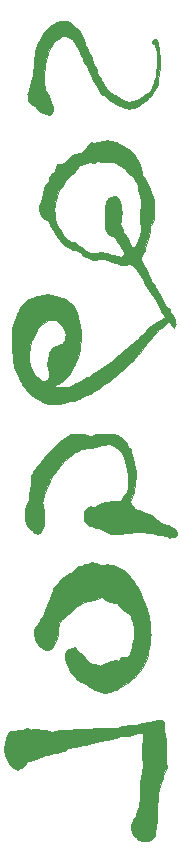
<source format=gbr>
G04 #@! TF.GenerationSoftware,KiCad,Pcbnew,(5.1.4)-1*
G04 #@! TF.CreationDate,2019-10-08T20:05:43+02:00*
G04 #@! TF.ProjectId,weather,77656174-6865-4722-9e6b-696361645f70,rev?*
G04 #@! TF.SameCoordinates,Original*
G04 #@! TF.FileFunction,Legend,Bot*
G04 #@! TF.FilePolarity,Positive*
%FSLAX46Y46*%
G04 Gerber Fmt 4.6, Leading zero omitted, Abs format (unit mm)*
G04 Created by KiCad (PCBNEW (5.1.4)-1) date 2019-10-08 20:05:43*
%MOMM*%
%LPD*%
G04 APERTURE LIST*
%ADD10C,0.010000*%
G04 APERTURE END LIST*
D10*
G36*
X124717939Y-117606577D02*
G01*
X124812132Y-117978567D01*
X124978399Y-118329482D01*
X125136706Y-118562190D01*
X125238090Y-118685374D01*
X125327162Y-118764645D01*
X125432236Y-118820646D01*
X125550262Y-118863704D01*
X125704295Y-118908748D01*
X125826872Y-118923326D01*
X125955096Y-118908429D01*
X126079691Y-118877859D01*
X126130711Y-118839162D01*
X126208060Y-118751963D01*
X126297798Y-118632540D01*
X126329760Y-118585833D01*
X126493407Y-118295577D01*
X126613660Y-117975605D01*
X126694142Y-117613234D01*
X126738476Y-117195781D01*
X126741350Y-117145026D01*
X126766434Y-116664405D01*
X127052976Y-116350931D01*
X127204552Y-116196495D01*
X127374602Y-116041024D01*
X127536694Y-115908036D01*
X127611709Y-115853784D01*
X127775973Y-115731324D01*
X127948762Y-115584215D01*
X128093634Y-115443551D01*
X128098047Y-115438808D01*
X128344539Y-115216316D01*
X128637499Y-115022857D01*
X128954199Y-114870562D01*
X129271916Y-114771560D01*
X129387447Y-114750541D01*
X129581875Y-114715214D01*
X129805732Y-114662993D01*
X130017066Y-114603877D01*
X130059038Y-114590505D01*
X130406455Y-114476531D01*
X130735418Y-114666513D01*
X130950918Y-114781047D01*
X131144662Y-114858751D01*
X131351970Y-114913393D01*
X131387342Y-114920635D01*
X131710304Y-114984775D01*
X131912314Y-115243067D01*
X132066493Y-115419058D01*
X132239644Y-115569492D01*
X132437928Y-115705394D01*
X132621541Y-115823606D01*
X132748973Y-115913723D01*
X132830161Y-115985681D01*
X132875042Y-116049416D01*
X132893555Y-116114863D01*
X132896156Y-116163511D01*
X132915662Y-116271604D01*
X132964566Y-116398117D01*
X132986775Y-116440013D01*
X133024137Y-116514539D01*
X133055860Y-116604969D01*
X133084209Y-116722872D01*
X133111454Y-116879815D01*
X133139860Y-117087369D01*
X133171696Y-117357102D01*
X133178571Y-117418593D01*
X133179921Y-117566698D01*
X133160883Y-117770328D01*
X133125037Y-118012597D01*
X133075968Y-118276617D01*
X133017258Y-118545502D01*
X132952488Y-118802366D01*
X132885241Y-119030321D01*
X132819100Y-119212481D01*
X132780670Y-119294189D01*
X132661598Y-119513484D01*
X132017987Y-119513484D01*
X131859471Y-119839758D01*
X131597676Y-119824965D01*
X131443082Y-119820949D01*
X131332178Y-119833967D01*
X131233196Y-119869916D01*
X131166074Y-119905081D01*
X131022518Y-119971762D01*
X130857687Y-120029677D01*
X130792532Y-120047045D01*
X130638969Y-120093309D01*
X130486015Y-120155931D01*
X130430226Y-120184722D01*
X130328784Y-120238159D01*
X130255284Y-120255138D01*
X130172939Y-120239549D01*
X130110614Y-120218525D01*
X129983677Y-120181461D01*
X129821734Y-120144301D01*
X129698576Y-120121610D01*
X129444952Y-120045950D01*
X129234745Y-119907698D01*
X129069945Y-119708305D01*
X129026741Y-119631068D01*
X128906441Y-119458596D01*
X128731696Y-119296825D01*
X128727248Y-119293452D01*
X128592226Y-119180412D01*
X128443744Y-119039325D01*
X128322943Y-118910705D01*
X128126618Y-118684986D01*
X127917793Y-118733529D01*
X127669606Y-118815391D01*
X127487094Y-118932833D01*
X127366183Y-119090563D01*
X127302798Y-119293293D01*
X127290477Y-119458567D01*
X127295681Y-119574720D01*
X127315298Y-119691555D01*
X127354345Y-119827748D01*
X127417837Y-120001977D01*
X127474829Y-120145053D01*
X127549601Y-120331196D01*
X127617646Y-120504361D01*
X127671605Y-120645575D01*
X127704117Y-120735861D01*
X127704738Y-120737749D01*
X127790776Y-120882154D01*
X127923889Y-121000194D01*
X128045516Y-121106711D01*
X128166700Y-121242806D01*
X128225479Y-121324420D01*
X128308062Y-121442082D01*
X128383396Y-121512186D01*
X128477716Y-121555707D01*
X128536439Y-121573045D01*
X128688616Y-121629349D01*
X128877613Y-121721384D01*
X129081550Y-121836172D01*
X129278551Y-121960737D01*
X129446735Y-122082100D01*
X129554438Y-122176887D01*
X129663596Y-122275727D01*
X129768639Y-122329625D01*
X129897131Y-122356685D01*
X130030951Y-122381044D01*
X130202749Y-122420369D01*
X130377775Y-122466637D01*
X130396157Y-122471929D01*
X130700413Y-122560385D01*
X131121332Y-122462939D01*
X131310415Y-122415820D01*
X131469304Y-122366262D01*
X131621024Y-122304829D01*
X131788599Y-122222084D01*
X131995053Y-122108591D01*
X132018978Y-122095043D01*
X132318403Y-121921866D01*
X132562666Y-121771332D01*
X132765220Y-121632764D01*
X132939519Y-121495483D01*
X133099014Y-121348813D01*
X133257160Y-121182076D01*
X133427408Y-120984595D01*
X133445626Y-120962733D01*
X133675656Y-120676073D01*
X133856075Y-120427317D01*
X133994764Y-120204247D01*
X134099608Y-119994643D01*
X134148473Y-119873187D01*
X134226341Y-119630596D01*
X134303465Y-119334283D01*
X134375115Y-119006696D01*
X134436560Y-118670285D01*
X134483071Y-118347499D01*
X134497468Y-118216787D01*
X134515284Y-118036984D01*
X134531800Y-117874233D01*
X134544743Y-117750733D01*
X134550175Y-117701922D01*
X134552924Y-117612082D01*
X134548553Y-117471649D01*
X134538017Y-117305881D01*
X134532845Y-117244264D01*
X134500536Y-116910765D01*
X134465460Y-116594698D01*
X134429146Y-116307141D01*
X134393122Y-116059169D01*
X134358915Y-115861861D01*
X134328054Y-115726292D01*
X134319798Y-115699670D01*
X134288652Y-115614502D01*
X134234205Y-115471288D01*
X134161416Y-115282834D01*
X134075242Y-115061942D01*
X133980642Y-114821416D01*
X133935809Y-114708078D01*
X133824070Y-114429105D01*
X133730890Y-114205763D01*
X133648284Y-114022177D01*
X133568265Y-113862470D01*
X133482845Y-113710767D01*
X133384040Y-113551191D01*
X133263863Y-113367866D01*
X133254737Y-113354174D01*
X133039956Y-113038499D01*
X132854835Y-112781673D01*
X132692356Y-112575666D01*
X132545502Y-112412448D01*
X132407255Y-112283991D01*
X132270596Y-112182264D01*
X132184428Y-112129573D01*
X131881377Y-111969964D01*
X131603752Y-111852736D01*
X131322904Y-111766473D01*
X131199780Y-111737321D01*
X131040228Y-111704729D01*
X130927825Y-111690870D01*
X130835925Y-111695179D01*
X130737883Y-111717091D01*
X130703985Y-111726809D01*
X130593571Y-111755132D01*
X130501652Y-111763291D01*
X130397878Y-111750537D01*
X130251894Y-111716121D01*
X130249867Y-111715600D01*
X130080527Y-111666596D01*
X129908042Y-111608032D01*
X129793900Y-111562786D01*
X129600587Y-111477472D01*
X129397584Y-111567250D01*
X129261286Y-111617806D01*
X129131291Y-111650368D01*
X129068833Y-111657027D01*
X128929805Y-111691679D01*
X128853513Y-111752373D01*
X128776624Y-111814782D01*
X128681161Y-111842711D01*
X128578058Y-111847718D01*
X128488910Y-111850496D01*
X128419543Y-111865729D01*
X128352404Y-111903764D01*
X128269940Y-111974947D01*
X128154596Y-112089627D01*
X128136582Y-112107953D01*
X127951979Y-112279744D01*
X127785548Y-112397417D01*
X127666351Y-112456285D01*
X127447643Y-112574152D01*
X127217842Y-112747702D01*
X126994748Y-112962028D01*
X126829955Y-113156884D01*
X126713468Y-113297341D01*
X126583899Y-113435514D01*
X126474171Y-113537229D01*
X126372964Y-113627075D01*
X126319916Y-113698487D01*
X126300228Y-113776097D01*
X126298258Y-113830028D01*
X126272912Y-113976462D01*
X126200337Y-114162509D01*
X126166352Y-114230976D01*
X126090766Y-114393191D01*
X126011480Y-114590785D01*
X125943769Y-114785257D01*
X125934474Y-114815353D01*
X125874651Y-114994034D01*
X125805389Y-115171642D01*
X125739533Y-115315807D01*
X125725344Y-115342403D01*
X125653510Y-115493324D01*
X125586419Y-115670398D01*
X125554206Y-115777327D01*
X125503712Y-115930129D01*
X125426689Y-116090567D01*
X125315934Y-116270495D01*
X125164249Y-116481764D01*
X124993793Y-116699777D01*
X124843588Y-116905716D01*
X124749132Y-117088654D01*
X124703985Y-117269759D01*
X124701708Y-117470198D01*
X124717939Y-117606577D01*
X124717939Y-117606577D01*
G37*
X124717939Y-117606577D02*
X124812132Y-117978567D01*
X124978399Y-118329482D01*
X125136706Y-118562190D01*
X125238090Y-118685374D01*
X125327162Y-118764645D01*
X125432236Y-118820646D01*
X125550262Y-118863704D01*
X125704295Y-118908748D01*
X125826872Y-118923326D01*
X125955096Y-118908429D01*
X126079691Y-118877859D01*
X126130711Y-118839162D01*
X126208060Y-118751963D01*
X126297798Y-118632540D01*
X126329760Y-118585833D01*
X126493407Y-118295577D01*
X126613660Y-117975605D01*
X126694142Y-117613234D01*
X126738476Y-117195781D01*
X126741350Y-117145026D01*
X126766434Y-116664405D01*
X127052976Y-116350931D01*
X127204552Y-116196495D01*
X127374602Y-116041024D01*
X127536694Y-115908036D01*
X127611709Y-115853784D01*
X127775973Y-115731324D01*
X127948762Y-115584215D01*
X128093634Y-115443551D01*
X128098047Y-115438808D01*
X128344539Y-115216316D01*
X128637499Y-115022857D01*
X128954199Y-114870562D01*
X129271916Y-114771560D01*
X129387447Y-114750541D01*
X129581875Y-114715214D01*
X129805732Y-114662993D01*
X130017066Y-114603877D01*
X130059038Y-114590505D01*
X130406455Y-114476531D01*
X130735418Y-114666513D01*
X130950918Y-114781047D01*
X131144662Y-114858751D01*
X131351970Y-114913393D01*
X131387342Y-114920635D01*
X131710304Y-114984775D01*
X131912314Y-115243067D01*
X132066493Y-115419058D01*
X132239644Y-115569492D01*
X132437928Y-115705394D01*
X132621541Y-115823606D01*
X132748973Y-115913723D01*
X132830161Y-115985681D01*
X132875042Y-116049416D01*
X132893555Y-116114863D01*
X132896156Y-116163511D01*
X132915662Y-116271604D01*
X132964566Y-116398117D01*
X132986775Y-116440013D01*
X133024137Y-116514539D01*
X133055860Y-116604969D01*
X133084209Y-116722872D01*
X133111454Y-116879815D01*
X133139860Y-117087369D01*
X133171696Y-117357102D01*
X133178571Y-117418593D01*
X133179921Y-117566698D01*
X133160883Y-117770328D01*
X133125037Y-118012597D01*
X133075968Y-118276617D01*
X133017258Y-118545502D01*
X132952488Y-118802366D01*
X132885241Y-119030321D01*
X132819100Y-119212481D01*
X132780670Y-119294189D01*
X132661598Y-119513484D01*
X132017987Y-119513484D01*
X131859471Y-119839758D01*
X131597676Y-119824965D01*
X131443082Y-119820949D01*
X131332178Y-119833967D01*
X131233196Y-119869916D01*
X131166074Y-119905081D01*
X131022518Y-119971762D01*
X130857687Y-120029677D01*
X130792532Y-120047045D01*
X130638969Y-120093309D01*
X130486015Y-120155931D01*
X130430226Y-120184722D01*
X130328784Y-120238159D01*
X130255284Y-120255138D01*
X130172939Y-120239549D01*
X130110614Y-120218525D01*
X129983677Y-120181461D01*
X129821734Y-120144301D01*
X129698576Y-120121610D01*
X129444952Y-120045950D01*
X129234745Y-119907698D01*
X129069945Y-119708305D01*
X129026741Y-119631068D01*
X128906441Y-119458596D01*
X128731696Y-119296825D01*
X128727248Y-119293452D01*
X128592226Y-119180412D01*
X128443744Y-119039325D01*
X128322943Y-118910705D01*
X128126618Y-118684986D01*
X127917793Y-118733529D01*
X127669606Y-118815391D01*
X127487094Y-118932833D01*
X127366183Y-119090563D01*
X127302798Y-119293293D01*
X127290477Y-119458567D01*
X127295681Y-119574720D01*
X127315298Y-119691555D01*
X127354345Y-119827748D01*
X127417837Y-120001977D01*
X127474829Y-120145053D01*
X127549601Y-120331196D01*
X127617646Y-120504361D01*
X127671605Y-120645575D01*
X127704117Y-120735861D01*
X127704738Y-120737749D01*
X127790776Y-120882154D01*
X127923889Y-121000194D01*
X128045516Y-121106711D01*
X128166700Y-121242806D01*
X128225479Y-121324420D01*
X128308062Y-121442082D01*
X128383396Y-121512186D01*
X128477716Y-121555707D01*
X128536439Y-121573045D01*
X128688616Y-121629349D01*
X128877613Y-121721384D01*
X129081550Y-121836172D01*
X129278551Y-121960737D01*
X129446735Y-122082100D01*
X129554438Y-122176887D01*
X129663596Y-122275727D01*
X129768639Y-122329625D01*
X129897131Y-122356685D01*
X130030951Y-122381044D01*
X130202749Y-122420369D01*
X130377775Y-122466637D01*
X130396157Y-122471929D01*
X130700413Y-122560385D01*
X131121332Y-122462939D01*
X131310415Y-122415820D01*
X131469304Y-122366262D01*
X131621024Y-122304829D01*
X131788599Y-122222084D01*
X131995053Y-122108591D01*
X132018978Y-122095043D01*
X132318403Y-121921866D01*
X132562666Y-121771332D01*
X132765220Y-121632764D01*
X132939519Y-121495483D01*
X133099014Y-121348813D01*
X133257160Y-121182076D01*
X133427408Y-120984595D01*
X133445626Y-120962733D01*
X133675656Y-120676073D01*
X133856075Y-120427317D01*
X133994764Y-120204247D01*
X134099608Y-119994643D01*
X134148473Y-119873187D01*
X134226341Y-119630596D01*
X134303465Y-119334283D01*
X134375115Y-119006696D01*
X134436560Y-118670285D01*
X134483071Y-118347499D01*
X134497468Y-118216787D01*
X134515284Y-118036984D01*
X134531800Y-117874233D01*
X134544743Y-117750733D01*
X134550175Y-117701922D01*
X134552924Y-117612082D01*
X134548553Y-117471649D01*
X134538017Y-117305881D01*
X134532845Y-117244264D01*
X134500536Y-116910765D01*
X134465460Y-116594698D01*
X134429146Y-116307141D01*
X134393122Y-116059169D01*
X134358915Y-115861861D01*
X134328054Y-115726292D01*
X134319798Y-115699670D01*
X134288652Y-115614502D01*
X134234205Y-115471288D01*
X134161416Y-115282834D01*
X134075242Y-115061942D01*
X133980642Y-114821416D01*
X133935809Y-114708078D01*
X133824070Y-114429105D01*
X133730890Y-114205763D01*
X133648284Y-114022177D01*
X133568265Y-113862470D01*
X133482845Y-113710767D01*
X133384040Y-113551191D01*
X133263863Y-113367866D01*
X133254737Y-113354174D01*
X133039956Y-113038499D01*
X132854835Y-112781673D01*
X132692356Y-112575666D01*
X132545502Y-112412448D01*
X132407255Y-112283991D01*
X132270596Y-112182264D01*
X132184428Y-112129573D01*
X131881377Y-111969964D01*
X131603752Y-111852736D01*
X131322904Y-111766473D01*
X131199780Y-111737321D01*
X131040228Y-111704729D01*
X130927825Y-111690870D01*
X130835925Y-111695179D01*
X130737883Y-111717091D01*
X130703985Y-111726809D01*
X130593571Y-111755132D01*
X130501652Y-111763291D01*
X130397878Y-111750537D01*
X130251894Y-111716121D01*
X130249867Y-111715600D01*
X130080527Y-111666596D01*
X129908042Y-111608032D01*
X129793900Y-111562786D01*
X129600587Y-111477472D01*
X129397584Y-111567250D01*
X129261286Y-111617806D01*
X129131291Y-111650368D01*
X129068833Y-111657027D01*
X128929805Y-111691679D01*
X128853513Y-111752373D01*
X128776624Y-111814782D01*
X128681161Y-111842711D01*
X128578058Y-111847718D01*
X128488910Y-111850496D01*
X128419543Y-111865729D01*
X128352404Y-111903764D01*
X128269940Y-111974947D01*
X128154596Y-112089627D01*
X128136582Y-112107953D01*
X127951979Y-112279744D01*
X127785548Y-112397417D01*
X127666351Y-112456285D01*
X127447643Y-112574152D01*
X127217842Y-112747702D01*
X126994748Y-112962028D01*
X126829955Y-113156884D01*
X126713468Y-113297341D01*
X126583899Y-113435514D01*
X126474171Y-113537229D01*
X126372964Y-113627075D01*
X126319916Y-113698487D01*
X126300228Y-113776097D01*
X126298258Y-113830028D01*
X126272912Y-113976462D01*
X126200337Y-114162509D01*
X126166352Y-114230976D01*
X126090766Y-114393191D01*
X126011480Y-114590785D01*
X125943769Y-114785257D01*
X125934474Y-114815353D01*
X125874651Y-114994034D01*
X125805389Y-115171642D01*
X125739533Y-115315807D01*
X125725344Y-115342403D01*
X125653510Y-115493324D01*
X125586419Y-115670398D01*
X125554206Y-115777327D01*
X125503712Y-115930129D01*
X125426689Y-116090567D01*
X125315934Y-116270495D01*
X125164249Y-116481764D01*
X124993793Y-116699777D01*
X124843588Y-116905716D01*
X124749132Y-117088654D01*
X124703985Y-117269759D01*
X124701708Y-117470198D01*
X124717939Y-117606577D01*
G36*
X124136038Y-71982132D02*
G01*
X124144879Y-72084244D01*
X124198239Y-72342699D01*
X124303283Y-72547893D01*
X124463831Y-72705954D01*
X124574641Y-72773707D01*
X124757083Y-72906748D01*
X124925285Y-73100509D01*
X125083109Y-73287171D01*
X125250449Y-73419334D01*
X125448072Y-73509191D01*
X125696744Y-73568930D01*
X125733725Y-73575091D01*
X126048964Y-73625567D01*
X126172024Y-73486417D01*
X126247864Y-73381762D01*
X126288093Y-73269223D01*
X126294589Y-73131144D01*
X126269229Y-72949868D01*
X126242355Y-72825235D01*
X126165603Y-72537311D01*
X126076304Y-72273412D01*
X125979651Y-72045219D01*
X125880836Y-71864412D01*
X125785052Y-71742672D01*
X125747620Y-71712385D01*
X125666733Y-71623915D01*
X125649909Y-71552288D01*
X125642372Y-71467424D01*
X125622579Y-71336040D01*
X125594759Y-71186089D01*
X125593788Y-71181320D01*
X125574277Y-71068901D01*
X125561415Y-70947348D01*
X125554912Y-70803234D01*
X125554476Y-70623131D01*
X125559816Y-70393610D01*
X125570465Y-70105526D01*
X125594132Y-69679011D01*
X125630008Y-69313390D01*
X125682153Y-68993718D01*
X125754629Y-68705048D01*
X125851498Y-68432435D01*
X125976821Y-68160933D01*
X126134660Y-67875595D01*
X126210709Y-67749521D01*
X126316750Y-67581334D01*
X126403052Y-67460347D01*
X126487574Y-67367452D01*
X126588275Y-67283537D01*
X126723112Y-67189494D01*
X126760069Y-67164932D01*
X126906387Y-67069189D01*
X127008872Y-67008805D01*
X127087270Y-66976998D01*
X127161330Y-66966989D01*
X127250799Y-66971999D01*
X127305206Y-66977769D01*
X127537640Y-67036453D01*
X127769089Y-67154580D01*
X127975229Y-67318974D01*
X128018534Y-67364180D01*
X128068577Y-67434570D01*
X128144741Y-67560379D01*
X128239978Y-67728341D01*
X128347239Y-67925189D01*
X128459475Y-68137655D01*
X128569638Y-68352475D01*
X128670678Y-68556380D01*
X128755547Y-68736104D01*
X128796238Y-68827898D01*
X128858330Y-68958737D01*
X128945609Y-69124591D01*
X129042405Y-69296063D01*
X129074976Y-69350876D01*
X129159969Y-69504727D01*
X129260160Y-69706401D01*
X129364305Y-69932176D01*
X129461161Y-70158328D01*
X129481657Y-70208985D01*
X129627427Y-70550543D01*
X129779610Y-70864406D01*
X129931037Y-71137149D01*
X130074542Y-71355347D01*
X130134925Y-71432524D01*
X130207051Y-71535892D01*
X130279175Y-71665491D01*
X130298820Y-71707298D01*
X130383709Y-71846863D01*
X130494944Y-71928880D01*
X130500079Y-71931179D01*
X130584701Y-71981514D01*
X130704243Y-72069287D01*
X130838492Y-72179224D01*
X130900141Y-72233504D01*
X131045652Y-72355148D01*
X131198073Y-72466827D01*
X131331682Y-72550170D01*
X131371895Y-72570463D01*
X131485578Y-72624045D01*
X131645263Y-72701761D01*
X131829106Y-72792885D01*
X132002259Y-72880075D01*
X132185134Y-72971639D01*
X132319444Y-73033413D01*
X132424076Y-73071221D01*
X132517918Y-73090885D01*
X132619855Y-73098230D01*
X132712788Y-73099157D01*
X132953619Y-73088329D01*
X133148976Y-73050379D01*
X133327434Y-72976479D01*
X133517568Y-72857803D01*
X133535772Y-72844950D01*
X133679439Y-72748974D01*
X133825850Y-72661101D01*
X133942887Y-72600559D01*
X134117866Y-72484563D01*
X134247244Y-72340442D01*
X134338039Y-72227840D01*
X134427979Y-72133879D01*
X134477870Y-72092883D01*
X134564828Y-72015085D01*
X134674186Y-71886712D01*
X134793066Y-71724814D01*
X134908590Y-71546445D01*
X134968120Y-71443726D01*
X135063012Y-71229471D01*
X135145406Y-70951570D01*
X135216280Y-70606032D01*
X135276610Y-70188869D01*
X135277469Y-70181802D01*
X135303028Y-69975283D01*
X135328414Y-69777501D01*
X135350723Y-69610646D01*
X135367051Y-69496906D01*
X135367299Y-69495315D01*
X135379419Y-69333542D01*
X135373562Y-69161420D01*
X135367780Y-69113934D01*
X135353371Y-69000831D01*
X135335789Y-68834160D01*
X135317264Y-68636434D01*
X135300152Y-68431746D01*
X135278809Y-68217099D01*
X135249677Y-68003198D01*
X135216705Y-67815803D01*
X135186106Y-67688052D01*
X135143719Y-67541522D01*
X135108013Y-67408896D01*
X135088416Y-67326575D01*
X135065072Y-67252493D01*
X135019265Y-67231258D01*
X134946752Y-67241217D01*
X134800441Y-67298094D01*
X134712326Y-67394651D01*
X134688648Y-67498974D01*
X134702265Y-67580203D01*
X134751599Y-67607014D01*
X134764045Y-67607478D01*
X134836933Y-67633064D01*
X134903936Y-67714701D01*
X134969716Y-67859707D01*
X135019078Y-68007928D01*
X135042920Y-68097318D01*
X135060525Y-68194435D01*
X135072657Y-68311776D01*
X135080077Y-68461837D01*
X135083547Y-68657116D01*
X135083829Y-68910108D01*
X135083049Y-69056727D01*
X135077976Y-69409972D01*
X135066624Y-69703709D01*
X135047033Y-69954586D01*
X135017243Y-70179248D01*
X134975294Y-70394343D01*
X134919227Y-70616515D01*
X134885478Y-70734805D01*
X134820237Y-70931298D01*
X134740593Y-71132391D01*
X134653891Y-71323148D01*
X134567473Y-71488632D01*
X134488682Y-71613908D01*
X134424861Y-71684038D01*
X134416244Y-71689291D01*
X134336739Y-71739422D01*
X134228558Y-71818809D01*
X134154323Y-71878076D01*
X134024936Y-71975795D01*
X133886797Y-72066051D01*
X133821675Y-72102572D01*
X133687823Y-72182119D01*
X133557168Y-72276698D01*
X133530995Y-72298703D01*
X133399670Y-72385401D01*
X133288007Y-72412883D01*
X133189911Y-72425370D01*
X133055245Y-72457588D01*
X132953888Y-72488979D01*
X132732713Y-72565074D01*
X132423518Y-72463355D01*
X132218035Y-72385132D01*
X132061431Y-72297857D01*
X131942702Y-72202054D01*
X131817873Y-72101535D01*
X131682332Y-72015414D01*
X131606382Y-71979044D01*
X131483194Y-71919963D01*
X131339048Y-71834446D01*
X131244070Y-71769197D01*
X131117217Y-71678552D01*
X130994506Y-71596279D01*
X130923914Y-71552781D01*
X130819909Y-71462632D01*
X130777825Y-71375577D01*
X130742977Y-71284136D01*
X130678719Y-71164234D01*
X130628075Y-71084902D01*
X130535264Y-70939685D01*
X130439900Y-70774833D01*
X130397186Y-70694170D01*
X130318869Y-70548774D01*
X130233145Y-70403765D01*
X130188226Y-70334354D01*
X130128076Y-70225326D01*
X130060903Y-70071193D01*
X129998908Y-69900665D01*
X129984493Y-69855054D01*
X129924701Y-69683986D01*
X129854477Y-69520625D01*
X129786720Y-69394222D01*
X129770865Y-69370696D01*
X129664180Y-69162713D01*
X129620702Y-68989607D01*
X129579113Y-68824062D01*
X129513613Y-68653267D01*
X129475028Y-68577719D01*
X129358142Y-68367041D01*
X129242040Y-68140186D01*
X129133463Y-67912148D01*
X129039154Y-67697918D01*
X128965854Y-67512489D01*
X128920305Y-67370853D01*
X128910086Y-67321442D01*
X128864310Y-67153169D01*
X128771726Y-66946388D01*
X128640202Y-66715774D01*
X128477603Y-66476005D01*
X128406503Y-66381946D01*
X128281067Y-66244598D01*
X128109501Y-66089734D01*
X127912787Y-65936083D01*
X127883051Y-65914754D01*
X127527102Y-65662433D01*
X127173196Y-65662433D01*
X126999414Y-65664575D01*
X126877004Y-65674507D01*
X126781102Y-65697486D01*
X126686846Y-65738771D01*
X126607212Y-65782122D01*
X126188427Y-66061126D01*
X125811653Y-66402099D01*
X125475893Y-66806152D01*
X125180152Y-67274395D01*
X125058270Y-67509604D01*
X124940307Y-67773400D01*
X124850029Y-68030012D01*
X124783343Y-68297761D01*
X124736154Y-68594968D01*
X124704367Y-68939955D01*
X124692461Y-69146466D01*
X124664334Y-69590629D01*
X124625713Y-69969308D01*
X124575060Y-70292766D01*
X124510837Y-70571267D01*
X124449832Y-70765296D01*
X124393142Y-70943147D01*
X124340834Y-71138481D01*
X124312253Y-71268739D01*
X124275358Y-71426128D01*
X124227963Y-71577155D01*
X124191703Y-71664725D01*
X124151966Y-71759771D01*
X124134464Y-71856141D01*
X124136038Y-71982132D01*
X124136038Y-71982132D01*
G37*
X124136038Y-71982132D02*
X124144879Y-72084244D01*
X124198239Y-72342699D01*
X124303283Y-72547893D01*
X124463831Y-72705954D01*
X124574641Y-72773707D01*
X124757083Y-72906748D01*
X124925285Y-73100509D01*
X125083109Y-73287171D01*
X125250449Y-73419334D01*
X125448072Y-73509191D01*
X125696744Y-73568930D01*
X125733725Y-73575091D01*
X126048964Y-73625567D01*
X126172024Y-73486417D01*
X126247864Y-73381762D01*
X126288093Y-73269223D01*
X126294589Y-73131144D01*
X126269229Y-72949868D01*
X126242355Y-72825235D01*
X126165603Y-72537311D01*
X126076304Y-72273412D01*
X125979651Y-72045219D01*
X125880836Y-71864412D01*
X125785052Y-71742672D01*
X125747620Y-71712385D01*
X125666733Y-71623915D01*
X125649909Y-71552288D01*
X125642372Y-71467424D01*
X125622579Y-71336040D01*
X125594759Y-71186089D01*
X125593788Y-71181320D01*
X125574277Y-71068901D01*
X125561415Y-70947348D01*
X125554912Y-70803234D01*
X125554476Y-70623131D01*
X125559816Y-70393610D01*
X125570465Y-70105526D01*
X125594132Y-69679011D01*
X125630008Y-69313390D01*
X125682153Y-68993718D01*
X125754629Y-68705048D01*
X125851498Y-68432435D01*
X125976821Y-68160933D01*
X126134660Y-67875595D01*
X126210709Y-67749521D01*
X126316750Y-67581334D01*
X126403052Y-67460347D01*
X126487574Y-67367452D01*
X126588275Y-67283537D01*
X126723112Y-67189494D01*
X126760069Y-67164932D01*
X126906387Y-67069189D01*
X127008872Y-67008805D01*
X127087270Y-66976998D01*
X127161330Y-66966989D01*
X127250799Y-66971999D01*
X127305206Y-66977769D01*
X127537640Y-67036453D01*
X127769089Y-67154580D01*
X127975229Y-67318974D01*
X128018534Y-67364180D01*
X128068577Y-67434570D01*
X128144741Y-67560379D01*
X128239978Y-67728341D01*
X128347239Y-67925189D01*
X128459475Y-68137655D01*
X128569638Y-68352475D01*
X128670678Y-68556380D01*
X128755547Y-68736104D01*
X128796238Y-68827898D01*
X128858330Y-68958737D01*
X128945609Y-69124591D01*
X129042405Y-69296063D01*
X129074976Y-69350876D01*
X129159969Y-69504727D01*
X129260160Y-69706401D01*
X129364305Y-69932176D01*
X129461161Y-70158328D01*
X129481657Y-70208985D01*
X129627427Y-70550543D01*
X129779610Y-70864406D01*
X129931037Y-71137149D01*
X130074542Y-71355347D01*
X130134925Y-71432524D01*
X130207051Y-71535892D01*
X130279175Y-71665491D01*
X130298820Y-71707298D01*
X130383709Y-71846863D01*
X130494944Y-71928880D01*
X130500079Y-71931179D01*
X130584701Y-71981514D01*
X130704243Y-72069287D01*
X130838492Y-72179224D01*
X130900141Y-72233504D01*
X131045652Y-72355148D01*
X131198073Y-72466827D01*
X131331682Y-72550170D01*
X131371895Y-72570463D01*
X131485578Y-72624045D01*
X131645263Y-72701761D01*
X131829106Y-72792885D01*
X132002259Y-72880075D01*
X132185134Y-72971639D01*
X132319444Y-73033413D01*
X132424076Y-73071221D01*
X132517918Y-73090885D01*
X132619855Y-73098230D01*
X132712788Y-73099157D01*
X132953619Y-73088329D01*
X133148976Y-73050379D01*
X133327434Y-72976479D01*
X133517568Y-72857803D01*
X133535772Y-72844950D01*
X133679439Y-72748974D01*
X133825850Y-72661101D01*
X133942887Y-72600559D01*
X134117866Y-72484563D01*
X134247244Y-72340442D01*
X134338039Y-72227840D01*
X134427979Y-72133879D01*
X134477870Y-72092883D01*
X134564828Y-72015085D01*
X134674186Y-71886712D01*
X134793066Y-71724814D01*
X134908590Y-71546445D01*
X134968120Y-71443726D01*
X135063012Y-71229471D01*
X135145406Y-70951570D01*
X135216280Y-70606032D01*
X135276610Y-70188869D01*
X135277469Y-70181802D01*
X135303028Y-69975283D01*
X135328414Y-69777501D01*
X135350723Y-69610646D01*
X135367051Y-69496906D01*
X135367299Y-69495315D01*
X135379419Y-69333542D01*
X135373562Y-69161420D01*
X135367780Y-69113934D01*
X135353371Y-69000831D01*
X135335789Y-68834160D01*
X135317264Y-68636434D01*
X135300152Y-68431746D01*
X135278809Y-68217099D01*
X135249677Y-68003198D01*
X135216705Y-67815803D01*
X135186106Y-67688052D01*
X135143719Y-67541522D01*
X135108013Y-67408896D01*
X135088416Y-67326575D01*
X135065072Y-67252493D01*
X135019265Y-67231258D01*
X134946752Y-67241217D01*
X134800441Y-67298094D01*
X134712326Y-67394651D01*
X134688648Y-67498974D01*
X134702265Y-67580203D01*
X134751599Y-67607014D01*
X134764045Y-67607478D01*
X134836933Y-67633064D01*
X134903936Y-67714701D01*
X134969716Y-67859707D01*
X135019078Y-68007928D01*
X135042920Y-68097318D01*
X135060525Y-68194435D01*
X135072657Y-68311776D01*
X135080077Y-68461837D01*
X135083547Y-68657116D01*
X135083829Y-68910108D01*
X135083049Y-69056727D01*
X135077976Y-69409972D01*
X135066624Y-69703709D01*
X135047033Y-69954586D01*
X135017243Y-70179248D01*
X134975294Y-70394343D01*
X134919227Y-70616515D01*
X134885478Y-70734805D01*
X134820237Y-70931298D01*
X134740593Y-71132391D01*
X134653891Y-71323148D01*
X134567473Y-71488632D01*
X134488682Y-71613908D01*
X134424861Y-71684038D01*
X134416244Y-71689291D01*
X134336739Y-71739422D01*
X134228558Y-71818809D01*
X134154323Y-71878076D01*
X134024936Y-71975795D01*
X133886797Y-72066051D01*
X133821675Y-72102572D01*
X133687823Y-72182119D01*
X133557168Y-72276698D01*
X133530995Y-72298703D01*
X133399670Y-72385401D01*
X133288007Y-72412883D01*
X133189911Y-72425370D01*
X133055245Y-72457588D01*
X132953888Y-72488979D01*
X132732713Y-72565074D01*
X132423518Y-72463355D01*
X132218035Y-72385132D01*
X132061431Y-72297857D01*
X131942702Y-72202054D01*
X131817873Y-72101535D01*
X131682332Y-72015414D01*
X131606382Y-71979044D01*
X131483194Y-71919963D01*
X131339048Y-71834446D01*
X131244070Y-71769197D01*
X131117217Y-71678552D01*
X130994506Y-71596279D01*
X130923914Y-71552781D01*
X130819909Y-71462632D01*
X130777825Y-71375577D01*
X130742977Y-71284136D01*
X130678719Y-71164234D01*
X130628075Y-71084902D01*
X130535264Y-70939685D01*
X130439900Y-70774833D01*
X130397186Y-70694170D01*
X130318869Y-70548774D01*
X130233145Y-70403765D01*
X130188226Y-70334354D01*
X130128076Y-70225326D01*
X130060903Y-70071193D01*
X129998908Y-69900665D01*
X129984493Y-69855054D01*
X129924701Y-69683986D01*
X129854477Y-69520625D01*
X129786720Y-69394222D01*
X129770865Y-69370696D01*
X129664180Y-69162713D01*
X129620702Y-68989607D01*
X129579113Y-68824062D01*
X129513613Y-68653267D01*
X129475028Y-68577719D01*
X129358142Y-68367041D01*
X129242040Y-68140186D01*
X129133463Y-67912148D01*
X129039154Y-67697918D01*
X128965854Y-67512489D01*
X128920305Y-67370853D01*
X128910086Y-67321442D01*
X128864310Y-67153169D01*
X128771726Y-66946388D01*
X128640202Y-66715774D01*
X128477603Y-66476005D01*
X128406503Y-66381946D01*
X128281067Y-66244598D01*
X128109501Y-66089734D01*
X127912787Y-65936083D01*
X127883051Y-65914754D01*
X127527102Y-65662433D01*
X127173196Y-65662433D01*
X126999414Y-65664575D01*
X126877004Y-65674507D01*
X126781102Y-65697486D01*
X126686846Y-65738771D01*
X126607212Y-65782122D01*
X126188427Y-66061126D01*
X125811653Y-66402099D01*
X125475893Y-66806152D01*
X125180152Y-67274395D01*
X125058270Y-67509604D01*
X124940307Y-67773400D01*
X124850029Y-68030012D01*
X124783343Y-68297761D01*
X124736154Y-68594968D01*
X124704367Y-68939955D01*
X124692461Y-69146466D01*
X124664334Y-69590629D01*
X124625713Y-69969308D01*
X124575060Y-70292766D01*
X124510837Y-70571267D01*
X124449832Y-70765296D01*
X124393142Y-70943147D01*
X124340834Y-71138481D01*
X124312253Y-71268739D01*
X124275358Y-71426128D01*
X124227963Y-71577155D01*
X124191703Y-71664725D01*
X124151966Y-71759771D01*
X124134464Y-71856141D01*
X124136038Y-71982132D01*
G36*
X122198446Y-127645575D02*
G01*
X122245089Y-127810857D01*
X122271885Y-127877043D01*
X122332331Y-128018265D01*
X122404465Y-128190853D01*
X122466577Y-128342463D01*
X122605972Y-128609632D01*
X122782465Y-128811332D01*
X122998449Y-128950017D01*
X123096175Y-128988311D01*
X123307456Y-129058366D01*
X123541503Y-128967381D01*
X123680149Y-128906844D01*
X123771847Y-128843888D01*
X123843491Y-128756975D01*
X123882062Y-128694626D01*
X124029175Y-128505399D01*
X124211759Y-128369543D01*
X124391351Y-128303259D01*
X124515799Y-128266803D01*
X124649706Y-128212353D01*
X124670750Y-128202071D01*
X124833251Y-128128113D01*
X125033843Y-128049032D01*
X125250487Y-127972285D01*
X125461146Y-127905330D01*
X125643782Y-127855624D01*
X125764324Y-127832010D01*
X125896796Y-127809482D01*
X126007473Y-127780943D01*
X126050360Y-127763788D01*
X126146359Y-127726582D01*
X126292770Y-127686316D01*
X126464195Y-127648358D01*
X126635235Y-127618077D01*
X126780494Y-127600840D01*
X126831138Y-127598769D01*
X126946547Y-127579933D01*
X127097838Y-127530691D01*
X127260455Y-127461945D01*
X127409840Y-127384597D01*
X127521437Y-127309548D01*
X127554147Y-127277811D01*
X127628916Y-127231422D01*
X127704756Y-127217388D01*
X127812222Y-127206151D01*
X127933869Y-127178977D01*
X127938449Y-127177627D01*
X128058755Y-127146784D01*
X128223836Y-127111072D01*
X128413122Y-127074189D01*
X128606040Y-127039833D01*
X128782019Y-127011703D01*
X128920488Y-126993495D01*
X128990188Y-126988559D01*
X129101127Y-126972373D01*
X129233483Y-126931778D01*
X129278402Y-126913120D01*
X129401811Y-126866813D01*
X129515259Y-126839696D01*
X129548122Y-126836844D01*
X129643238Y-126822353D01*
X129771309Y-126786311D01*
X129845105Y-126759730D01*
X129992265Y-126714512D01*
X130143853Y-126687165D01*
X130204171Y-126683454D01*
X130346878Y-126669280D01*
X130485537Y-126634364D01*
X130506640Y-126626246D01*
X130635918Y-126589291D01*
X130783448Y-126569893D01*
X130814990Y-126569039D01*
X130955073Y-126553996D01*
X131113112Y-126515905D01*
X131179939Y-126492763D01*
X131307503Y-126449077D01*
X131420264Y-126421478D01*
X131465653Y-126416487D01*
X131546884Y-126403346D01*
X131671982Y-126368859D01*
X131814161Y-126320430D01*
X131817018Y-126319362D01*
X132022176Y-126256436D01*
X132239950Y-126221378D01*
X132419429Y-126209879D01*
X132703311Y-126184800D01*
X132934925Y-126133321D01*
X132972432Y-126120483D01*
X133130948Y-126070055D01*
X133315201Y-126022422D01*
X133430090Y-125998352D01*
X133572501Y-125972250D01*
X133695076Y-125949441D01*
X133762634Y-125936541D01*
X133847006Y-125949180D01*
X133910528Y-126016349D01*
X133943243Y-126086165D01*
X133955915Y-126175557D01*
X133948063Y-126299377D01*
X133919207Y-126472475D01*
X133891394Y-126607177D01*
X133876048Y-126708346D01*
X133859716Y-126866204D01*
X133844108Y-127061210D01*
X133830931Y-127273825D01*
X133828009Y-127331802D01*
X133818476Y-127565626D01*
X133816174Y-127741286D01*
X133822012Y-127876632D01*
X133836902Y-127989513D01*
X133861753Y-128097779D01*
X133868288Y-128121476D01*
X133917488Y-128400704D01*
X133914815Y-128598202D01*
X133886809Y-128870048D01*
X133847954Y-129162310D01*
X133802001Y-129451631D01*
X133752700Y-129714651D01*
X133703803Y-129928010D01*
X133697515Y-129951450D01*
X133665032Y-130077078D01*
X133644997Y-130183231D01*
X133636472Y-130290496D01*
X133638520Y-130419464D01*
X133650204Y-130590722D01*
X133662085Y-130729527D01*
X133680327Y-130968867D01*
X133686599Y-131164642D01*
X133680294Y-131348715D01*
X133660807Y-131552945D01*
X133643873Y-131688284D01*
X133604183Y-131939091D01*
X133552128Y-132193125D01*
X133491424Y-132438162D01*
X133425792Y-132661975D01*
X133358950Y-132852342D01*
X133294617Y-132997038D01*
X133236513Y-133083837D01*
X133214292Y-133100351D01*
X133173439Y-133120583D01*
X133141842Y-133146640D01*
X133112659Y-133191851D01*
X133079047Y-133269545D01*
X133034163Y-133393050D01*
X132973009Y-133570316D01*
X132919273Y-133738263D01*
X132891802Y-133861911D01*
X132886689Y-133967015D01*
X132897825Y-134066111D01*
X132957954Y-134310996D01*
X133055105Y-134505592D01*
X133181727Y-134654324D01*
X133281036Y-134759289D01*
X133367480Y-134866439D01*
X133391791Y-134902222D01*
X133486243Y-134992340D01*
X133637630Y-135066538D01*
X133827311Y-135119188D01*
X134036642Y-135144659D01*
X134189242Y-135142997D01*
X134331973Y-135125893D01*
X134433783Y-135090383D01*
X134529914Y-135022210D01*
X134565806Y-134990650D01*
X134662567Y-134906566D01*
X134743640Y-134841834D01*
X134773603Y-134821230D01*
X134855648Y-134734774D01*
X134917499Y-134593764D01*
X134951468Y-134418892D01*
X134955615Y-134331379D01*
X134963807Y-134194477D01*
X134985616Y-134015453D01*
X135016897Y-133826360D01*
X135028646Y-133766947D01*
X135052929Y-133633431D01*
X135072601Y-133484215D01*
X135088420Y-133308053D01*
X135101147Y-133093702D01*
X135111539Y-132829915D01*
X135120355Y-132505447D01*
X135123503Y-132361313D01*
X135133299Y-131974556D01*
X135145984Y-131653499D01*
X135162806Y-131387584D01*
X135185012Y-131166252D01*
X135213851Y-130978946D01*
X135250570Y-130815106D01*
X135296416Y-130664175D01*
X135336997Y-130554475D01*
X135384895Y-130413792D01*
X135433951Y-130239280D01*
X135468120Y-130093554D01*
X135506059Y-129949254D01*
X135567014Y-129760891D01*
X135642305Y-129553781D01*
X135716534Y-129369006D01*
X135909069Y-128914688D01*
X135902646Y-128361608D01*
X135898655Y-128127372D01*
X135891872Y-127845116D01*
X135883087Y-127543013D01*
X135873086Y-127249236D01*
X135867418Y-127102973D01*
X135847626Y-126738480D01*
X135820644Y-126431474D01*
X135787203Y-126189350D01*
X135767683Y-126092312D01*
X135718221Y-125793177D01*
X135717637Y-125558379D01*
X135723495Y-125338538D01*
X135701407Y-125146554D01*
X135654398Y-124998688D01*
X135599126Y-124921547D01*
X135515524Y-124887525D01*
X135380631Y-124871708D01*
X135216865Y-124872682D01*
X135046645Y-124889036D01*
X134892391Y-124919357D01*
X134776521Y-124962234D01*
X134756356Y-124974626D01*
X134632277Y-125027988D01*
X134527527Y-125024274D01*
X134394426Y-125023677D01*
X134242463Y-125058153D01*
X134235730Y-125060503D01*
X134095837Y-125098235D01*
X133954691Y-125118621D01*
X133922502Y-125119790D01*
X133801399Y-125134511D01*
X133654230Y-125172079D01*
X133574520Y-125200155D01*
X133424422Y-125247060D01*
X133245101Y-125276201D01*
X133014340Y-125291070D01*
X132991501Y-125291792D01*
X132697577Y-125312019D01*
X132405705Y-125352873D01*
X132140029Y-125410056D01*
X131924695Y-125479268D01*
X131914100Y-125483628D01*
X131854105Y-125501893D01*
X131766379Y-125515945D01*
X131641937Y-125526242D01*
X131471799Y-125533243D01*
X131246982Y-125537407D01*
X130958503Y-125539191D01*
X130822504Y-125539341D01*
X130493742Y-125540508D01*
X130229956Y-125544370D01*
X130019877Y-125551502D01*
X129852233Y-125562477D01*
X129715755Y-125577871D01*
X129599172Y-125598258D01*
X129578138Y-125602788D01*
X129414972Y-125631336D01*
X129221092Y-125650071D01*
X128985243Y-125659437D01*
X128696167Y-125659878D01*
X128342610Y-125651840D01*
X128338648Y-125651716D01*
X128239919Y-125652880D01*
X128095567Y-125659823D01*
X127922595Y-125671126D01*
X127738009Y-125685371D01*
X127558812Y-125701142D01*
X127402008Y-125717019D01*
X127284603Y-125731585D01*
X127223600Y-125743421D01*
X127220190Y-125744980D01*
X127158842Y-125750484D01*
X127087384Y-125732773D01*
X126973167Y-125718576D01*
X126814601Y-125750537D01*
X126811155Y-125751570D01*
X126667067Y-125785320D01*
X126522998Y-125804565D01*
X126480380Y-125806276D01*
X126361188Y-125817045D01*
X126262957Y-125843474D01*
X126252375Y-125848559D01*
X126187442Y-125867655D01*
X126106929Y-125851975D01*
X126000563Y-125804539D01*
X125885025Y-125758234D01*
X125741092Y-125724226D01*
X125550386Y-125698865D01*
X125405125Y-125686223D01*
X125205391Y-125670391D01*
X125007856Y-125653536D01*
X124840490Y-125638098D01*
X124761995Y-125630076D01*
X124627006Y-125620148D01*
X124541248Y-125629828D01*
X124479290Y-125663117D01*
X124462815Y-125677148D01*
X124406922Y-125721449D01*
X124366006Y-125718398D01*
X124310592Y-125662813D01*
X124297953Y-125648166D01*
X124183846Y-125545653D01*
X124077572Y-125516935D01*
X123972507Y-125560911D01*
X123939648Y-125588661D01*
X123892824Y-125628122D01*
X123839554Y-125659191D01*
X123767965Y-125684562D01*
X123666184Y-125706930D01*
X123522337Y-125728991D01*
X123324551Y-125753439D01*
X123104823Y-125778147D01*
X122676404Y-125825345D01*
X122524494Y-126027700D01*
X122426160Y-126177340D01*
X122349995Y-126341117D01*
X122290367Y-126536077D01*
X122241647Y-126779266D01*
X122213402Y-126969490D01*
X122183781Y-127243177D01*
X122178403Y-127462444D01*
X122198446Y-127645575D01*
X122198446Y-127645575D01*
G37*
X122198446Y-127645575D02*
X122245089Y-127810857D01*
X122271885Y-127877043D01*
X122332331Y-128018265D01*
X122404465Y-128190853D01*
X122466577Y-128342463D01*
X122605972Y-128609632D01*
X122782465Y-128811332D01*
X122998449Y-128950017D01*
X123096175Y-128988311D01*
X123307456Y-129058366D01*
X123541503Y-128967381D01*
X123680149Y-128906844D01*
X123771847Y-128843888D01*
X123843491Y-128756975D01*
X123882062Y-128694626D01*
X124029175Y-128505399D01*
X124211759Y-128369543D01*
X124391351Y-128303259D01*
X124515799Y-128266803D01*
X124649706Y-128212353D01*
X124670750Y-128202071D01*
X124833251Y-128128113D01*
X125033843Y-128049032D01*
X125250487Y-127972285D01*
X125461146Y-127905330D01*
X125643782Y-127855624D01*
X125764324Y-127832010D01*
X125896796Y-127809482D01*
X126007473Y-127780943D01*
X126050360Y-127763788D01*
X126146359Y-127726582D01*
X126292770Y-127686316D01*
X126464195Y-127648358D01*
X126635235Y-127618077D01*
X126780494Y-127600840D01*
X126831138Y-127598769D01*
X126946547Y-127579933D01*
X127097838Y-127530691D01*
X127260455Y-127461945D01*
X127409840Y-127384597D01*
X127521437Y-127309548D01*
X127554147Y-127277811D01*
X127628916Y-127231422D01*
X127704756Y-127217388D01*
X127812222Y-127206151D01*
X127933869Y-127178977D01*
X127938449Y-127177627D01*
X128058755Y-127146784D01*
X128223836Y-127111072D01*
X128413122Y-127074189D01*
X128606040Y-127039833D01*
X128782019Y-127011703D01*
X128920488Y-126993495D01*
X128990188Y-126988559D01*
X129101127Y-126972373D01*
X129233483Y-126931778D01*
X129278402Y-126913120D01*
X129401811Y-126866813D01*
X129515259Y-126839696D01*
X129548122Y-126836844D01*
X129643238Y-126822353D01*
X129771309Y-126786311D01*
X129845105Y-126759730D01*
X129992265Y-126714512D01*
X130143853Y-126687165D01*
X130204171Y-126683454D01*
X130346878Y-126669280D01*
X130485537Y-126634364D01*
X130506640Y-126626246D01*
X130635918Y-126589291D01*
X130783448Y-126569893D01*
X130814990Y-126569039D01*
X130955073Y-126553996D01*
X131113112Y-126515905D01*
X131179939Y-126492763D01*
X131307503Y-126449077D01*
X131420264Y-126421478D01*
X131465653Y-126416487D01*
X131546884Y-126403346D01*
X131671982Y-126368859D01*
X131814161Y-126320430D01*
X131817018Y-126319362D01*
X132022176Y-126256436D01*
X132239950Y-126221378D01*
X132419429Y-126209879D01*
X132703311Y-126184800D01*
X132934925Y-126133321D01*
X132972432Y-126120483D01*
X133130948Y-126070055D01*
X133315201Y-126022422D01*
X133430090Y-125998352D01*
X133572501Y-125972250D01*
X133695076Y-125949441D01*
X133762634Y-125936541D01*
X133847006Y-125949180D01*
X133910528Y-126016349D01*
X133943243Y-126086165D01*
X133955915Y-126175557D01*
X133948063Y-126299377D01*
X133919207Y-126472475D01*
X133891394Y-126607177D01*
X133876048Y-126708346D01*
X133859716Y-126866204D01*
X133844108Y-127061210D01*
X133830931Y-127273825D01*
X133828009Y-127331802D01*
X133818476Y-127565626D01*
X133816174Y-127741286D01*
X133822012Y-127876632D01*
X133836902Y-127989513D01*
X133861753Y-128097779D01*
X133868288Y-128121476D01*
X133917488Y-128400704D01*
X133914815Y-128598202D01*
X133886809Y-128870048D01*
X133847954Y-129162310D01*
X133802001Y-129451631D01*
X133752700Y-129714651D01*
X133703803Y-129928010D01*
X133697515Y-129951450D01*
X133665032Y-130077078D01*
X133644997Y-130183231D01*
X133636472Y-130290496D01*
X133638520Y-130419464D01*
X133650204Y-130590722D01*
X133662085Y-130729527D01*
X133680327Y-130968867D01*
X133686599Y-131164642D01*
X133680294Y-131348715D01*
X133660807Y-131552945D01*
X133643873Y-131688284D01*
X133604183Y-131939091D01*
X133552128Y-132193125D01*
X133491424Y-132438162D01*
X133425792Y-132661975D01*
X133358950Y-132852342D01*
X133294617Y-132997038D01*
X133236513Y-133083837D01*
X133214292Y-133100351D01*
X133173439Y-133120583D01*
X133141842Y-133146640D01*
X133112659Y-133191851D01*
X133079047Y-133269545D01*
X133034163Y-133393050D01*
X132973009Y-133570316D01*
X132919273Y-133738263D01*
X132891802Y-133861911D01*
X132886689Y-133967015D01*
X132897825Y-134066111D01*
X132957954Y-134310996D01*
X133055105Y-134505592D01*
X133181727Y-134654324D01*
X133281036Y-134759289D01*
X133367480Y-134866439D01*
X133391791Y-134902222D01*
X133486243Y-134992340D01*
X133637630Y-135066538D01*
X133827311Y-135119188D01*
X134036642Y-135144659D01*
X134189242Y-135142997D01*
X134331973Y-135125893D01*
X134433783Y-135090383D01*
X134529914Y-135022210D01*
X134565806Y-134990650D01*
X134662567Y-134906566D01*
X134743640Y-134841834D01*
X134773603Y-134821230D01*
X134855648Y-134734774D01*
X134917499Y-134593764D01*
X134951468Y-134418892D01*
X134955615Y-134331379D01*
X134963807Y-134194477D01*
X134985616Y-134015453D01*
X135016897Y-133826360D01*
X135028646Y-133766947D01*
X135052929Y-133633431D01*
X135072601Y-133484215D01*
X135088420Y-133308053D01*
X135101147Y-133093702D01*
X135111539Y-132829915D01*
X135120355Y-132505447D01*
X135123503Y-132361313D01*
X135133299Y-131974556D01*
X135145984Y-131653499D01*
X135162806Y-131387584D01*
X135185012Y-131166252D01*
X135213851Y-130978946D01*
X135250570Y-130815106D01*
X135296416Y-130664175D01*
X135336997Y-130554475D01*
X135384895Y-130413792D01*
X135433951Y-130239280D01*
X135468120Y-130093554D01*
X135506059Y-129949254D01*
X135567014Y-129760891D01*
X135642305Y-129553781D01*
X135716534Y-129369006D01*
X135909069Y-128914688D01*
X135902646Y-128361608D01*
X135898655Y-128127372D01*
X135891872Y-127845116D01*
X135883087Y-127543013D01*
X135873086Y-127249236D01*
X135867418Y-127102973D01*
X135847626Y-126738480D01*
X135820644Y-126431474D01*
X135787203Y-126189350D01*
X135767683Y-126092312D01*
X135718221Y-125793177D01*
X135717637Y-125558379D01*
X135723495Y-125338538D01*
X135701407Y-125146554D01*
X135654398Y-124998688D01*
X135599126Y-124921547D01*
X135515524Y-124887525D01*
X135380631Y-124871708D01*
X135216865Y-124872682D01*
X135046645Y-124889036D01*
X134892391Y-124919357D01*
X134776521Y-124962234D01*
X134756356Y-124974626D01*
X134632277Y-125027988D01*
X134527527Y-125024274D01*
X134394426Y-125023677D01*
X134242463Y-125058153D01*
X134235730Y-125060503D01*
X134095837Y-125098235D01*
X133954691Y-125118621D01*
X133922502Y-125119790D01*
X133801399Y-125134511D01*
X133654230Y-125172079D01*
X133574520Y-125200155D01*
X133424422Y-125247060D01*
X133245101Y-125276201D01*
X133014340Y-125291070D01*
X132991501Y-125291792D01*
X132697577Y-125312019D01*
X132405705Y-125352873D01*
X132140029Y-125410056D01*
X131924695Y-125479268D01*
X131914100Y-125483628D01*
X131854105Y-125501893D01*
X131766379Y-125515945D01*
X131641937Y-125526242D01*
X131471799Y-125533243D01*
X131246982Y-125537407D01*
X130958503Y-125539191D01*
X130822504Y-125539341D01*
X130493742Y-125540508D01*
X130229956Y-125544370D01*
X130019877Y-125551502D01*
X129852233Y-125562477D01*
X129715755Y-125577871D01*
X129599172Y-125598258D01*
X129578138Y-125602788D01*
X129414972Y-125631336D01*
X129221092Y-125650071D01*
X128985243Y-125659437D01*
X128696167Y-125659878D01*
X128342610Y-125651840D01*
X128338648Y-125651716D01*
X128239919Y-125652880D01*
X128095567Y-125659823D01*
X127922595Y-125671126D01*
X127738009Y-125685371D01*
X127558812Y-125701142D01*
X127402008Y-125717019D01*
X127284603Y-125731585D01*
X127223600Y-125743421D01*
X127220190Y-125744980D01*
X127158842Y-125750484D01*
X127087384Y-125732773D01*
X126973167Y-125718576D01*
X126814601Y-125750537D01*
X126811155Y-125751570D01*
X126667067Y-125785320D01*
X126522998Y-125804565D01*
X126480380Y-125806276D01*
X126361188Y-125817045D01*
X126262957Y-125843474D01*
X126252375Y-125848559D01*
X126187442Y-125867655D01*
X126106929Y-125851975D01*
X126000563Y-125804539D01*
X125885025Y-125758234D01*
X125741092Y-125724226D01*
X125550386Y-125698865D01*
X125405125Y-125686223D01*
X125205391Y-125670391D01*
X125007856Y-125653536D01*
X124840490Y-125638098D01*
X124761995Y-125630076D01*
X124627006Y-125620148D01*
X124541248Y-125629828D01*
X124479290Y-125663117D01*
X124462815Y-125677148D01*
X124406922Y-125721449D01*
X124366006Y-125718398D01*
X124310592Y-125662813D01*
X124297953Y-125648166D01*
X124183846Y-125545653D01*
X124077572Y-125516935D01*
X123972507Y-125560911D01*
X123939648Y-125588661D01*
X123892824Y-125628122D01*
X123839554Y-125659191D01*
X123767965Y-125684562D01*
X123666184Y-125706930D01*
X123522337Y-125728991D01*
X123324551Y-125753439D01*
X123104823Y-125778147D01*
X122676404Y-125825345D01*
X122524494Y-126027700D01*
X122426160Y-126177340D01*
X122349995Y-126341117D01*
X122290367Y-126536077D01*
X122241647Y-126779266D01*
X122213402Y-126969490D01*
X122183781Y-127243177D01*
X122178403Y-127462444D01*
X122198446Y-127645575D01*
G36*
X122801368Y-93055300D02*
G01*
X122827482Y-93603170D01*
X122870229Y-94084441D01*
X122930994Y-94507249D01*
X123011159Y-94879730D01*
X123112110Y-95210023D01*
X123208299Y-95448318D01*
X123297189Y-95646395D01*
X123396362Y-95869555D01*
X123486138Y-96073491D01*
X123496261Y-96096667D01*
X123566235Y-96246798D01*
X123633723Y-96374050D01*
X123688029Y-96458909D01*
X123705298Y-96478048D01*
X123771094Y-96552947D01*
X123832117Y-96649670D01*
X123888933Y-96729828D01*
X123992329Y-96847882D01*
X124130790Y-96992303D01*
X124292798Y-97151560D01*
X124466837Y-97314124D01*
X124641393Y-97468464D01*
X124696456Y-97515049D01*
X124982536Y-97726317D01*
X125281055Y-97889064D01*
X125599195Y-98004145D01*
X125944139Y-98072414D01*
X126323070Y-98094726D01*
X126743171Y-98071934D01*
X127211623Y-98004894D01*
X127735611Y-97894458D01*
X127785645Y-97882443D01*
X128031564Y-97821276D01*
X128221033Y-97769167D01*
X128372249Y-97719478D01*
X128503406Y-97665574D01*
X128632701Y-97600819D01*
X128769851Y-97523515D01*
X128973100Y-97412313D01*
X129126475Y-97345148D01*
X129239389Y-97318063D01*
X129261025Y-97317087D01*
X129375362Y-97298158D01*
X129487237Y-97232533D01*
X129543783Y-97184722D01*
X129659019Y-97095269D01*
X129807456Y-96999142D01*
X129925077Y-96933840D01*
X130081743Y-96842743D01*
X130241101Y-96731281D01*
X130336190Y-96652484D01*
X130450174Y-96558069D01*
X130562088Y-96482766D01*
X130628028Y-96450636D01*
X130793938Y-96373606D01*
X130998764Y-96243626D01*
X131233436Y-96067034D01*
X131488885Y-95850172D01*
X131495904Y-95843890D01*
X131658582Y-95700273D01*
X131829837Y-95552632D01*
X131985443Y-95421695D01*
X132069707Y-95352973D01*
X132209624Y-95235003D01*
X132371883Y-95088245D01*
X132545639Y-94923620D01*
X132720049Y-94752050D01*
X132884268Y-94584455D01*
X133027451Y-94431757D01*
X133138755Y-94304878D01*
X133207336Y-94214739D01*
X133217899Y-94196612D01*
X133296932Y-94089020D01*
X133401332Y-93999868D01*
X133408417Y-93995552D01*
X133516273Y-93909092D01*
X133652202Y-93763187D01*
X133809193Y-93566125D01*
X133980237Y-93326191D01*
X134002313Y-93293514D01*
X134084487Y-93182708D01*
X134201486Y-93039563D01*
X134334802Y-92886268D01*
X134415798Y-92797718D01*
X134559109Y-92638865D01*
X134706005Y-92466682D01*
X134833811Y-92308103D01*
X134884799Y-92240512D01*
X135073293Y-92013022D01*
X135307861Y-91788650D01*
X135601824Y-91554673D01*
X135606011Y-91551575D01*
X135706670Y-91469425D01*
X135829416Y-91358649D01*
X135924380Y-91266428D01*
X136107218Y-91081502D01*
X136220762Y-91214985D01*
X136312109Y-91335751D01*
X136394506Y-91465714D01*
X136408498Y-91491487D01*
X136466011Y-91580264D01*
X136520700Y-91630379D01*
X136535392Y-91634505D01*
X136579205Y-91602046D01*
X136624759Y-91524243D01*
X136658391Y-91430457D01*
X136666736Y-91352312D01*
X136658390Y-91291188D01*
X136643370Y-91186666D01*
X136636341Y-91138709D01*
X136591941Y-90989551D01*
X136498894Y-90798082D01*
X136413251Y-90653891D01*
X136330272Y-90514465D01*
X136268767Y-90395486D01*
X136236848Y-90313552D01*
X136235141Y-90289407D01*
X136234256Y-90222599D01*
X136206614Y-90124650D01*
X136199455Y-90106808D01*
X136148285Y-90015538D01*
X136083831Y-89979314D01*
X136036113Y-89975496D01*
X135992075Y-89971008D01*
X135952557Y-89950741D01*
X135910294Y-89904489D01*
X135858017Y-89822046D01*
X135788459Y-89693204D01*
X135694355Y-89507760D01*
X135673725Y-89466533D01*
X135561695Y-89247912D01*
X135438972Y-89017414D01*
X135319598Y-88800916D01*
X135217617Y-88624296D01*
X135207602Y-88607650D01*
X135114142Y-88447830D01*
X135031968Y-88297601D01*
X134972102Y-88177627D01*
X134950153Y-88125021D01*
X134894998Y-88023933D01*
X134803533Y-87909488D01*
X134739324Y-87846053D01*
X134623697Y-87724802D01*
X134575983Y-87624686D01*
X134574234Y-87603709D01*
X134556954Y-87534412D01*
X134509377Y-87411156D01*
X134437898Y-87246856D01*
X134348912Y-87054425D01*
X134248813Y-86846776D01*
X134143996Y-86636824D01*
X134040855Y-86437482D01*
X133945785Y-86261664D01*
X133865181Y-86122282D01*
X133805437Y-86032252D01*
X133784620Y-86009129D01*
X133727572Y-85950201D01*
X133708259Y-85883388D01*
X133718037Y-85776786D01*
X133719375Y-85768332D01*
X133759392Y-85626562D01*
X133823913Y-85489781D01*
X133836656Y-85469812D01*
X133915760Y-85345173D01*
X133985627Y-85214372D01*
X134050764Y-85065324D01*
X134115675Y-84885947D01*
X134184867Y-84664156D01*
X134262846Y-84387868D01*
X134321069Y-84170720D01*
X134406021Y-83839158D01*
X134466592Y-83579284D01*
X134502749Y-83391259D01*
X134514459Y-83275243D01*
X134512318Y-83249175D01*
X134510253Y-83159086D01*
X134547597Y-83060835D01*
X134608162Y-82964197D01*
X134728297Y-82729530D01*
X134811403Y-82429109D01*
X134857348Y-82063937D01*
X134865998Y-81635021D01*
X134842354Y-81202072D01*
X134807418Y-80868940D01*
X134762518Y-80599014D01*
X134704586Y-80379534D01*
X134630557Y-80197741D01*
X134578335Y-80103397D01*
X134525954Y-79997812D01*
X134471061Y-79856590D01*
X134441622Y-79764714D01*
X134402658Y-79644472D01*
X134366317Y-79556834D01*
X134345373Y-79525626D01*
X134315443Y-79481281D01*
X134271365Y-79386928D01*
X134231607Y-79286558D01*
X134106100Y-79049639D01*
X133985961Y-78914371D01*
X133900704Y-78830938D01*
X133849086Y-78760562D01*
X133819932Y-78677710D01*
X133802068Y-78556848D01*
X133794029Y-78475783D01*
X133752655Y-78175121D01*
X133684107Y-77908885D01*
X133579503Y-77652924D01*
X133429959Y-77383090D01*
X133340640Y-77243115D01*
X133223184Y-77068538D01*
X133125798Y-76936977D01*
X133030877Y-76830029D01*
X132920817Y-76729289D01*
X132778013Y-76616352D01*
X132649165Y-76520201D01*
X132413770Y-76354334D01*
X132225517Y-76239824D01*
X132078518Y-76173198D01*
X132041363Y-76161972D01*
X131907671Y-76113216D01*
X131789267Y-76046943D01*
X131752159Y-76017078D01*
X131689049Y-75969389D01*
X131601031Y-75929897D01*
X131472544Y-75893463D01*
X131288029Y-75854950D01*
X131226591Y-75843529D01*
X131038686Y-75810360D01*
X130908886Y-75791748D01*
X130820538Y-75787109D01*
X130756989Y-75795860D01*
X130701587Y-75817418D01*
X130687277Y-75824626D01*
X130577794Y-75861020D01*
X130439280Y-75881932D01*
X130390467Y-75883866D01*
X130238013Y-75896468D01*
X130124359Y-75917832D01*
X130124359Y-77552862D01*
X130197951Y-77565275D01*
X130300590Y-77602353D01*
X130392184Y-77632303D01*
X130488467Y-77650550D01*
X130607901Y-77658442D01*
X130768943Y-77657326D01*
X130955532Y-77650156D01*
X131427837Y-77628563D01*
X131689203Y-77754296D01*
X131886484Y-77869367D01*
X132120708Y-78041351D01*
X132356621Y-78240008D01*
X132585413Y-78443577D01*
X132764522Y-78605186D01*
X132901919Y-78732816D01*
X133005576Y-78834447D01*
X133083463Y-78918061D01*
X133143550Y-78991638D01*
X133193810Y-79063160D01*
X133220330Y-79104800D01*
X133325905Y-79277940D01*
X133396495Y-79405076D01*
X133439070Y-79503905D01*
X133460598Y-79592123D01*
X133468048Y-79687428D01*
X133468660Y-79735406D01*
X133492238Y-79960055D01*
X133558360Y-80223890D01*
X133661680Y-80506730D01*
X133691079Y-80574445D01*
X133750466Y-80782764D01*
X133769676Y-81047418D01*
X133748462Y-81359755D01*
X133718829Y-81552289D01*
X133692444Y-81711355D01*
X133672926Y-81855535D01*
X133663985Y-81956907D01*
X133663787Y-81966487D01*
X133656189Y-82087213D01*
X133638706Y-82216513D01*
X133634177Y-82315295D01*
X133643109Y-82462886D01*
X133663584Y-82633384D01*
X133674680Y-82702791D01*
X133722171Y-83041389D01*
X133736336Y-83326621D01*
X133716504Y-83574053D01*
X133662010Y-83799250D01*
X133623086Y-83904648D01*
X133561109Y-84064356D01*
X133505518Y-84221976D01*
X133468149Y-84343914D01*
X133467637Y-84345883D01*
X133402438Y-84497833D01*
X133280038Y-84652450D01*
X133240492Y-84692299D01*
X133141174Y-84786274D01*
X133078075Y-84833554D01*
X133034082Y-84841975D01*
X132992080Y-84819370D01*
X132981330Y-84810951D01*
X132893797Y-84711470D01*
X132798134Y-84552519D01*
X132702416Y-84349164D01*
X132624276Y-84144654D01*
X132557746Y-83977819D01*
X132483614Y-83857788D01*
X132383695Y-83755826D01*
X132371756Y-83745662D01*
X132274376Y-83655345D01*
X132225629Y-83580101D01*
X132210145Y-83493515D01*
X132209669Y-83467118D01*
X132201375Y-83369096D01*
X132180906Y-83308783D01*
X132175723Y-83303912D01*
X132145424Y-83260158D01*
X132098304Y-83165341D01*
X132044436Y-83039777D01*
X132043204Y-83036704D01*
X131944632Y-82790475D01*
X132019106Y-82626379D01*
X132051495Y-82541711D01*
X132073288Y-82445342D01*
X132086415Y-82320343D01*
X132092806Y-82149786D01*
X132094372Y-81966487D01*
X132085327Y-81594748D01*
X132055338Y-81288711D01*
X132002083Y-81040105D01*
X131923237Y-80840663D01*
X131816477Y-80682116D01*
X131703017Y-80574091D01*
X131647175Y-80534107D01*
X131594380Y-80515025D01*
X131522744Y-80515561D01*
X131410381Y-80534434D01*
X131324502Y-80551915D01*
X131167974Y-80589287D01*
X131063480Y-80630153D01*
X130987190Y-80685911D01*
X130941974Y-80734899D01*
X130869427Y-80837553D01*
X130820538Y-80935736D01*
X130814496Y-80955826D01*
X130788317Y-81050960D01*
X130749152Y-81176232D01*
X130733586Y-81222793D01*
X130706326Y-81345961D01*
X130684643Y-81529313D01*
X130668747Y-81756945D01*
X130658848Y-82012953D01*
X130655156Y-82281434D01*
X130657881Y-82546485D01*
X130667233Y-82792201D01*
X130683422Y-83002679D01*
X130706659Y-83162016D01*
X130707895Y-83167827D01*
X130771443Y-83402054D01*
X130853565Y-83575753D01*
X130966741Y-83704428D01*
X131123451Y-83803583D01*
X131268998Y-83864940D01*
X131555569Y-83970901D01*
X131730046Y-84293593D01*
X131831489Y-84473492D01*
X131945367Y-84663621D01*
X132050832Y-84829417D01*
X132074407Y-84864427D01*
X132202156Y-85077865D01*
X132270319Y-85262086D01*
X132283191Y-85429556D01*
X132279718Y-85460665D01*
X132250410Y-85528117D01*
X132173324Y-85577874D01*
X132102874Y-85603363D01*
X132011180Y-85627843D01*
X131928075Y-85634204D01*
X131828437Y-85620886D01*
X131687146Y-85586332D01*
X131645216Y-85574971D01*
X131493576Y-85533927D01*
X131293381Y-85480325D01*
X131069874Y-85420895D01*
X130848296Y-85362371D01*
X130832787Y-85358292D01*
X130314012Y-85221896D01*
X130091728Y-85286516D01*
X129802488Y-85334706D01*
X129526509Y-85310246D01*
X129271561Y-85215369D01*
X129045410Y-85052310D01*
X128957936Y-84960599D01*
X128859800Y-84861371D01*
X128773706Y-84815609D01*
X128709010Y-84807778D01*
X128628305Y-84793082D01*
X128536509Y-84742548D01*
X128417737Y-84646509D01*
X128364328Y-84598018D01*
X128238994Y-84487757D01*
X128146021Y-84423326D01*
X128066711Y-84393892D01*
X128002325Y-84388258D01*
X127853708Y-84373519D01*
X127713574Y-84322878D01*
X127559560Y-84226706D01*
X127472006Y-84159845D01*
X127231378Y-83926156D01*
X127040116Y-83644110D01*
X126957748Y-83475887D01*
X126882908Y-83331899D01*
X126792597Y-83194356D01*
X126739700Y-83129700D01*
X126613815Y-82953093D01*
X126520804Y-82739768D01*
X126470272Y-82518081D01*
X126469441Y-82331987D01*
X126474498Y-82137247D01*
X126430048Y-81942321D01*
X126391763Y-81803891D01*
X126385029Y-81690255D01*
X126407312Y-81557973D01*
X126407558Y-81556906D01*
X126433583Y-81417808D01*
X126457961Y-81243617D01*
X126473242Y-81095904D01*
X126517285Y-80808101D01*
X126598504Y-80515030D01*
X126709128Y-80235131D01*
X126841387Y-79986842D01*
X126987510Y-79788601D01*
X127051088Y-79724753D01*
X127106051Y-79652866D01*
X127169604Y-79537513D01*
X127213514Y-79438717D01*
X127301827Y-79264564D01*
X127417809Y-79134509D01*
X127463652Y-79097686D01*
X127579169Y-78992859D01*
X127681555Y-78870537D01*
X127713615Y-78820689D01*
X127797161Y-78705286D01*
X127898317Y-78642174D01*
X127940113Y-78628884D01*
X128064782Y-78559389D01*
X128197808Y-78415519D01*
X128339636Y-78196740D01*
X128408523Y-78069707D01*
X128446715Y-78011609D01*
X128503829Y-77961193D01*
X128594140Y-77909982D01*
X128731928Y-77849497D01*
X128873793Y-77793418D01*
X129140566Y-77700612D01*
X129356893Y-77649759D01*
X129534884Y-77639164D01*
X129686650Y-77667135D01*
X129712319Y-77676211D01*
X129791624Y-77693036D01*
X129874314Y-77672583D01*
X129965641Y-77623786D01*
X130058043Y-77571654D01*
X130124359Y-77552862D01*
X130124359Y-75917832D01*
X130072180Y-75927641D01*
X130016726Y-75942751D01*
X129788193Y-75982962D01*
X129651198Y-75977766D01*
X129476360Y-75954310D01*
X129146257Y-76335527D01*
X128972673Y-76532102D01*
X128836971Y-76675076D01*
X128730516Y-76771301D01*
X128644676Y-76827626D01*
X128570816Y-76850902D01*
X128500406Y-76848001D01*
X128411327Y-76848903D01*
X128373180Y-76889759D01*
X128316906Y-76938014D01*
X128234677Y-76951321D01*
X128110326Y-76978481D01*
X127960655Y-77050086D01*
X127808372Y-77151324D01*
X127676183Y-77267382D01*
X127595635Y-77368165D01*
X127509365Y-77477540D01*
X127389036Y-77592919D01*
X127305593Y-77657472D01*
X127186468Y-77733716D01*
X127091718Y-77772447D01*
X126986374Y-77784067D01*
X126888066Y-77781662D01*
X126665914Y-77771291D01*
X126535614Y-78139107D01*
X126473478Y-78308532D01*
X126425878Y-78418802D01*
X126384683Y-78483593D01*
X126341765Y-78516579D01*
X126304113Y-78528557D01*
X126210649Y-78580929D01*
X126115098Y-78685812D01*
X126031407Y-78821148D01*
X125973525Y-78964877D01*
X125955015Y-79080644D01*
X125947512Y-79169867D01*
X125915518Y-79241303D01*
X125844801Y-79318362D01*
X125771660Y-79382276D01*
X125677927Y-79465758D01*
X125617500Y-79538881D01*
X125577108Y-79626090D01*
X125543483Y-79751829D01*
X125525149Y-79836369D01*
X125489717Y-80015045D01*
X125450088Y-80231365D01*
X125413112Y-80447503D01*
X125401886Y-80517237D01*
X125346907Y-80792304D01*
X125272322Y-81024582D01*
X125205384Y-81174878D01*
X125136605Y-81320247D01*
X125098499Y-81425227D01*
X125085097Y-81516328D01*
X125090428Y-81620059D01*
X125095462Y-81663029D01*
X125162518Y-81951222D01*
X125283634Y-82192769D01*
X125454826Y-82382313D01*
X125672111Y-82514499D01*
X125750521Y-82543744D01*
X125865185Y-82584922D01*
X125926462Y-82625741D01*
X125954644Y-82685580D01*
X125965538Y-82749100D01*
X125998173Y-82856765D01*
X126069305Y-83011420D01*
X126170844Y-83199656D01*
X126294698Y-83408068D01*
X126432779Y-83623248D01*
X126576995Y-83831790D01*
X126719257Y-84020285D01*
X126770643Y-84083299D01*
X126892231Y-84229166D01*
X127005617Y-84366116D01*
X127095723Y-84475890D01*
X127137297Y-84527317D01*
X127228145Y-84614887D01*
X127353150Y-84704359D01*
X127423333Y-84744416D01*
X127572713Y-84826510D01*
X127728368Y-84920645D01*
X127785645Y-84958117D01*
X127960801Y-85049539D01*
X128102948Y-85074582D01*
X128225005Y-85095646D01*
X128369315Y-85161741D01*
X128544037Y-85277595D01*
X128757329Y-85447943D01*
X128779986Y-85467210D01*
X128927613Y-85571154D01*
X129117166Y-85673261D01*
X129326256Y-85764425D01*
X129532492Y-85835543D01*
X129713484Y-85877509D01*
X129806966Y-85884841D01*
X129923579Y-85880512D01*
X130087584Y-85871813D01*
X130270330Y-85860325D01*
X130341690Y-85855343D01*
X130511520Y-85844135D01*
X130627658Y-85842405D01*
X130712471Y-85853855D01*
X130788325Y-85882190D01*
X130877587Y-85931115D01*
X130908324Y-85949181D01*
X131072646Y-86027742D01*
X131268106Y-86094735D01*
X131384261Y-86123068D01*
X131557602Y-86163139D01*
X131734698Y-86213215D01*
X131857300Y-86255125D01*
X132044415Y-86305849D01*
X132260917Y-86330870D01*
X132475846Y-86328952D01*
X132658240Y-86298859D01*
X132690732Y-86288405D01*
X132758211Y-86268169D01*
X132813954Y-86270666D01*
X132877821Y-86303952D01*
X132969670Y-86376084D01*
X133027253Y-86424926D01*
X133134469Y-86517825D01*
X133226024Y-86602166D01*
X133308450Y-86686859D01*
X133388277Y-86780814D01*
X133472038Y-86892940D01*
X133566264Y-87032147D01*
X133677487Y-87207346D01*
X133812237Y-87427445D01*
X133977047Y-87701355D01*
X134039781Y-87806136D01*
X134206197Y-88082588D01*
X134376746Y-88362903D01*
X134542894Y-88633270D01*
X134696108Y-88879879D01*
X134827856Y-89088920D01*
X134929604Y-89246582D01*
X134932432Y-89250871D01*
X135058076Y-89448366D01*
X135182372Y-89656111D01*
X135291671Y-89850541D01*
X135372327Y-90008094D01*
X135377860Y-90019976D01*
X135462975Y-90194684D01*
X135557784Y-90373738D01*
X135644137Y-90523109D01*
X135657957Y-90545116D01*
X135727295Y-90656059D01*
X135776486Y-90739634D01*
X135794654Y-90777137D01*
X135762607Y-90792104D01*
X135719160Y-90795466D01*
X135663434Y-90815746D01*
X135556770Y-90871907D01*
X135411294Y-90956927D01*
X135239135Y-91063782D01*
X135099415Y-91154285D01*
X134828264Y-91339800D01*
X134593198Y-91517674D01*
X134374359Y-91704973D01*
X134151889Y-91918768D01*
X133905928Y-92176127D01*
X133887747Y-92195751D01*
X133809504Y-92272762D01*
X133686940Y-92384472D01*
X133535029Y-92517602D01*
X133368746Y-92658873D01*
X133316465Y-92702373D01*
X133132565Y-92856718D01*
X132942668Y-93019762D01*
X132767479Y-93173506D01*
X132627707Y-93299954D01*
X132610909Y-93315610D01*
X132476920Y-93437571D01*
X132346870Y-93549808D01*
X132241722Y-93634451D01*
X132209669Y-93657717D01*
X132129103Y-93720096D01*
X132010221Y-93821268D01*
X131869446Y-93946909D01*
X131732162Y-94074209D01*
X131450318Y-94335014D01*
X131198916Y-94553187D01*
X130958331Y-94743639D01*
X130708941Y-94921283D01*
X130431120Y-95101030D01*
X130181008Y-95252911D01*
X129973496Y-95377523D01*
X129780167Y-95495680D01*
X129613936Y-95599332D01*
X129487718Y-95680424D01*
X129414646Y-95730739D01*
X129314741Y-95793256D01*
X129225144Y-95827494D01*
X129205617Y-95829700D01*
X129123836Y-95853339D01*
X129029088Y-95911105D01*
X129018526Y-95919618D01*
X128884053Y-96017453D01*
X128701609Y-96130181D01*
X128486699Y-96250170D01*
X128254828Y-96369790D01*
X128021498Y-96481411D01*
X127802214Y-96577403D01*
X127612479Y-96650134D01*
X127467799Y-96691974D01*
X127439257Y-96696881D01*
X127339595Y-96702493D01*
X127187891Y-96701954D01*
X127008100Y-96695620D01*
X126889538Y-96688703D01*
X126710421Y-96675936D01*
X126594328Y-96664206D01*
X126528181Y-96649410D01*
X126498902Y-96627444D01*
X126493412Y-96594203D01*
X126496318Y-96565316D01*
X126515382Y-96507428D01*
X126566984Y-96460008D01*
X126667336Y-96411059D01*
X126746571Y-96380117D01*
X126885439Y-96319000D01*
X127009937Y-96240087D01*
X127142561Y-96127381D01*
X127250060Y-96022064D01*
X127366073Y-95907954D01*
X127464222Y-95817917D01*
X127531245Y-95763778D01*
X127551469Y-95753424D01*
X127583359Y-95722015D01*
X127644015Y-95636222D01*
X127725805Y-95508696D01*
X127821101Y-95352085D01*
X127922274Y-95179041D01*
X128021693Y-95002212D01*
X128111731Y-94834249D01*
X128144719Y-94769778D01*
X128197655Y-94653404D01*
X128266022Y-94487248D01*
X128340856Y-94293800D01*
X128410787Y-94102361D01*
X128483560Y-93889113D01*
X128533732Y-93717064D01*
X128567264Y-93557378D01*
X128590119Y-93381217D01*
X128608259Y-93159747D01*
X128609565Y-93140961D01*
X128635521Y-92670554D01*
X128643373Y-92266631D01*
X128632818Y-91921509D01*
X128603553Y-91627502D01*
X128555276Y-91376925D01*
X128537402Y-91310330D01*
X128486560Y-91124724D01*
X128438625Y-90934807D01*
X128402018Y-90774346D01*
X128394745Y-90738258D01*
X128316565Y-90411862D01*
X128217357Y-90127251D01*
X128101321Y-89892615D01*
X127972659Y-89716143D01*
X127835569Y-89606024D01*
X127807155Y-89592535D01*
X127697601Y-89528532D01*
X127596303Y-89442475D01*
X127594954Y-89441032D01*
X127478558Y-89345828D01*
X127313473Y-89247873D01*
X127125746Y-89159681D01*
X126941422Y-89093768D01*
X126813123Y-89065383D01*
X126690820Y-89041818D01*
X126524771Y-88999818D01*
X126343009Y-88946742D01*
X126262802Y-88920953D01*
X126088054Y-88862875D01*
X126088054Y-90957160D01*
X126167611Y-90976680D01*
X126217861Y-91001282D01*
X126327328Y-91032665D01*
X126466853Y-91034058D01*
X126468388Y-91033887D01*
X126588701Y-91031282D01*
X126666132Y-91062064D01*
X126693004Y-91086855D01*
X126754720Y-91152058D01*
X126847335Y-91247932D01*
X126926947Y-91329400D01*
X127035630Y-91456959D01*
X127148720Y-91616134D01*
X127228480Y-91748919D01*
X127329246Y-91995759D01*
X127366220Y-92250260D01*
X127340820Y-92528374D01*
X127309747Y-92664234D01*
X127256117Y-92815996D01*
X127178691Y-92925723D01*
X127062169Y-93006334D01*
X126891251Y-93070744D01*
X126797690Y-93096557D01*
X126528557Y-93191845D01*
X126296460Y-93325576D01*
X126118824Y-93487358D01*
X126097488Y-93514012D01*
X126037196Y-93625597D01*
X125975896Y-93795706D01*
X125918064Y-94006780D01*
X125868175Y-94241265D01*
X125830706Y-94481605D01*
X125816459Y-94616390D01*
X125806999Y-94779675D01*
X125813715Y-94893555D01*
X125839413Y-94983723D01*
X125861675Y-95030660D01*
X125910101Y-95175854D01*
X125940567Y-95390785D01*
X125947428Y-95493132D01*
X125954018Y-95655615D01*
X125951116Y-95764443D01*
X125934414Y-95842063D01*
X125899603Y-95910921D01*
X125854663Y-95976393D01*
X125754526Y-96086256D01*
X125640556Y-96141804D01*
X125492618Y-96149608D01*
X125374251Y-96133216D01*
X125281676Y-96104808D01*
X125184962Y-96047207D01*
X125067961Y-95949244D01*
X124964380Y-95849718D01*
X124710190Y-95546535D01*
X124504254Y-95195549D01*
X124353895Y-94813325D01*
X124266438Y-94416425D01*
X124249296Y-94232494D01*
X124245331Y-94126750D01*
X124246085Y-94026699D01*
X124253274Y-93921463D01*
X124268615Y-93800168D01*
X124293823Y-93651936D01*
X124330616Y-93465890D01*
X124380708Y-93231154D01*
X124445817Y-92936852D01*
X124472689Y-92816787D01*
X124512004Y-92679021D01*
X124561980Y-92549539D01*
X124575209Y-92522274D01*
X124660196Y-92356623D01*
X124753871Y-92170070D01*
X124841180Y-91992853D01*
X124903277Y-91863333D01*
X124965058Y-91751886D01*
X125047754Y-91645369D01*
X125162202Y-91533358D01*
X125319239Y-91405428D01*
X125529704Y-91251154D01*
X125567371Y-91224520D01*
X125753958Y-91096924D01*
X125894252Y-91012812D01*
X126001276Y-90967714D01*
X126088054Y-90957160D01*
X126088054Y-88862875D01*
X125903171Y-88801427D01*
X125557246Y-88881192D01*
X125379810Y-88919788D01*
X125208061Y-88953217D01*
X125071146Y-88975924D01*
X125037159Y-88980277D01*
X124910089Y-89007500D01*
X124752660Y-89059157D01*
X124617639Y-89115669D01*
X124480379Y-89174338D01*
X124357439Y-89216083D01*
X124276281Y-89231772D01*
X124180441Y-89262226D01*
X124054201Y-89347010D01*
X123908467Y-89476329D01*
X123754145Y-89640391D01*
X123602142Y-89829400D01*
X123585284Y-89852319D01*
X123473197Y-90020689D01*
X123377507Y-90200709D01*
X123286554Y-90416130D01*
X123223325Y-90589614D01*
X123151948Y-90790490D01*
X123079243Y-90988954D01*
X123014080Y-91161132D01*
X122968289Y-91276101D01*
X122894082Y-91507183D01*
X122840643Y-91797230D01*
X122807625Y-92149949D01*
X122794680Y-92569048D01*
X122801368Y-93055300D01*
X122801368Y-93055300D01*
G37*
X122801368Y-93055300D02*
X122827482Y-93603170D01*
X122870229Y-94084441D01*
X122930994Y-94507249D01*
X123011159Y-94879730D01*
X123112110Y-95210023D01*
X123208299Y-95448318D01*
X123297189Y-95646395D01*
X123396362Y-95869555D01*
X123486138Y-96073491D01*
X123496261Y-96096667D01*
X123566235Y-96246798D01*
X123633723Y-96374050D01*
X123688029Y-96458909D01*
X123705298Y-96478048D01*
X123771094Y-96552947D01*
X123832117Y-96649670D01*
X123888933Y-96729828D01*
X123992329Y-96847882D01*
X124130790Y-96992303D01*
X124292798Y-97151560D01*
X124466837Y-97314124D01*
X124641393Y-97468464D01*
X124696456Y-97515049D01*
X124982536Y-97726317D01*
X125281055Y-97889064D01*
X125599195Y-98004145D01*
X125944139Y-98072414D01*
X126323070Y-98094726D01*
X126743171Y-98071934D01*
X127211623Y-98004894D01*
X127735611Y-97894458D01*
X127785645Y-97882443D01*
X128031564Y-97821276D01*
X128221033Y-97769167D01*
X128372249Y-97719478D01*
X128503406Y-97665574D01*
X128632701Y-97600819D01*
X128769851Y-97523515D01*
X128973100Y-97412313D01*
X129126475Y-97345148D01*
X129239389Y-97318063D01*
X129261025Y-97317087D01*
X129375362Y-97298158D01*
X129487237Y-97232533D01*
X129543783Y-97184722D01*
X129659019Y-97095269D01*
X129807456Y-96999142D01*
X129925077Y-96933840D01*
X130081743Y-96842743D01*
X130241101Y-96731281D01*
X130336190Y-96652484D01*
X130450174Y-96558069D01*
X130562088Y-96482766D01*
X130628028Y-96450636D01*
X130793938Y-96373606D01*
X130998764Y-96243626D01*
X131233436Y-96067034D01*
X131488885Y-95850172D01*
X131495904Y-95843890D01*
X131658582Y-95700273D01*
X131829837Y-95552632D01*
X131985443Y-95421695D01*
X132069707Y-95352973D01*
X132209624Y-95235003D01*
X132371883Y-95088245D01*
X132545639Y-94923620D01*
X132720049Y-94752050D01*
X132884268Y-94584455D01*
X133027451Y-94431757D01*
X133138755Y-94304878D01*
X133207336Y-94214739D01*
X133217899Y-94196612D01*
X133296932Y-94089020D01*
X133401332Y-93999868D01*
X133408417Y-93995552D01*
X133516273Y-93909092D01*
X133652202Y-93763187D01*
X133809193Y-93566125D01*
X133980237Y-93326191D01*
X134002313Y-93293514D01*
X134084487Y-93182708D01*
X134201486Y-93039563D01*
X134334802Y-92886268D01*
X134415798Y-92797718D01*
X134559109Y-92638865D01*
X134706005Y-92466682D01*
X134833811Y-92308103D01*
X134884799Y-92240512D01*
X135073293Y-92013022D01*
X135307861Y-91788650D01*
X135601824Y-91554673D01*
X135606011Y-91551575D01*
X135706670Y-91469425D01*
X135829416Y-91358649D01*
X135924380Y-91266428D01*
X136107218Y-91081502D01*
X136220762Y-91214985D01*
X136312109Y-91335751D01*
X136394506Y-91465714D01*
X136408498Y-91491487D01*
X136466011Y-91580264D01*
X136520700Y-91630379D01*
X136535392Y-91634505D01*
X136579205Y-91602046D01*
X136624759Y-91524243D01*
X136658391Y-91430457D01*
X136666736Y-91352312D01*
X136658390Y-91291188D01*
X136643370Y-91186666D01*
X136636341Y-91138709D01*
X136591941Y-90989551D01*
X136498894Y-90798082D01*
X136413251Y-90653891D01*
X136330272Y-90514465D01*
X136268767Y-90395486D01*
X136236848Y-90313552D01*
X136235141Y-90289407D01*
X136234256Y-90222599D01*
X136206614Y-90124650D01*
X136199455Y-90106808D01*
X136148285Y-90015538D01*
X136083831Y-89979314D01*
X136036113Y-89975496D01*
X135992075Y-89971008D01*
X135952557Y-89950741D01*
X135910294Y-89904489D01*
X135858017Y-89822046D01*
X135788459Y-89693204D01*
X135694355Y-89507760D01*
X135673725Y-89466533D01*
X135561695Y-89247912D01*
X135438972Y-89017414D01*
X135319598Y-88800916D01*
X135217617Y-88624296D01*
X135207602Y-88607650D01*
X135114142Y-88447830D01*
X135031968Y-88297601D01*
X134972102Y-88177627D01*
X134950153Y-88125021D01*
X134894998Y-88023933D01*
X134803533Y-87909488D01*
X134739324Y-87846053D01*
X134623697Y-87724802D01*
X134575983Y-87624686D01*
X134574234Y-87603709D01*
X134556954Y-87534412D01*
X134509377Y-87411156D01*
X134437898Y-87246856D01*
X134348912Y-87054425D01*
X134248813Y-86846776D01*
X134143996Y-86636824D01*
X134040855Y-86437482D01*
X133945785Y-86261664D01*
X133865181Y-86122282D01*
X133805437Y-86032252D01*
X133784620Y-86009129D01*
X133727572Y-85950201D01*
X133708259Y-85883388D01*
X133718037Y-85776786D01*
X133719375Y-85768332D01*
X133759392Y-85626562D01*
X133823913Y-85489781D01*
X133836656Y-85469812D01*
X133915760Y-85345173D01*
X133985627Y-85214372D01*
X134050764Y-85065324D01*
X134115675Y-84885947D01*
X134184867Y-84664156D01*
X134262846Y-84387868D01*
X134321069Y-84170720D01*
X134406021Y-83839158D01*
X134466592Y-83579284D01*
X134502749Y-83391259D01*
X134514459Y-83275243D01*
X134512318Y-83249175D01*
X134510253Y-83159086D01*
X134547597Y-83060835D01*
X134608162Y-82964197D01*
X134728297Y-82729530D01*
X134811403Y-82429109D01*
X134857348Y-82063937D01*
X134865998Y-81635021D01*
X134842354Y-81202072D01*
X134807418Y-80868940D01*
X134762518Y-80599014D01*
X134704586Y-80379534D01*
X134630557Y-80197741D01*
X134578335Y-80103397D01*
X134525954Y-79997812D01*
X134471061Y-79856590D01*
X134441622Y-79764714D01*
X134402658Y-79644472D01*
X134366317Y-79556834D01*
X134345373Y-79525626D01*
X134315443Y-79481281D01*
X134271365Y-79386928D01*
X134231607Y-79286558D01*
X134106100Y-79049639D01*
X133985961Y-78914371D01*
X133900704Y-78830938D01*
X133849086Y-78760562D01*
X133819932Y-78677710D01*
X133802068Y-78556848D01*
X133794029Y-78475783D01*
X133752655Y-78175121D01*
X133684107Y-77908885D01*
X133579503Y-77652924D01*
X133429959Y-77383090D01*
X133340640Y-77243115D01*
X133223184Y-77068538D01*
X133125798Y-76936977D01*
X133030877Y-76830029D01*
X132920817Y-76729289D01*
X132778013Y-76616352D01*
X132649165Y-76520201D01*
X132413770Y-76354334D01*
X132225517Y-76239824D01*
X132078518Y-76173198D01*
X132041363Y-76161972D01*
X131907671Y-76113216D01*
X131789267Y-76046943D01*
X131752159Y-76017078D01*
X131689049Y-75969389D01*
X131601031Y-75929897D01*
X131472544Y-75893463D01*
X131288029Y-75854950D01*
X131226591Y-75843529D01*
X131038686Y-75810360D01*
X130908886Y-75791748D01*
X130820538Y-75787109D01*
X130756989Y-75795860D01*
X130701587Y-75817418D01*
X130687277Y-75824626D01*
X130577794Y-75861020D01*
X130439280Y-75881932D01*
X130390467Y-75883866D01*
X130238013Y-75896468D01*
X130124359Y-75917832D01*
X130124359Y-77552862D01*
X130197951Y-77565275D01*
X130300590Y-77602353D01*
X130392184Y-77632303D01*
X130488467Y-77650550D01*
X130607901Y-77658442D01*
X130768943Y-77657326D01*
X130955532Y-77650156D01*
X131427837Y-77628563D01*
X131689203Y-77754296D01*
X131886484Y-77869367D01*
X132120708Y-78041351D01*
X132356621Y-78240008D01*
X132585413Y-78443577D01*
X132764522Y-78605186D01*
X132901919Y-78732816D01*
X133005576Y-78834447D01*
X133083463Y-78918061D01*
X133143550Y-78991638D01*
X133193810Y-79063160D01*
X133220330Y-79104800D01*
X133325905Y-79277940D01*
X133396495Y-79405076D01*
X133439070Y-79503905D01*
X133460598Y-79592123D01*
X133468048Y-79687428D01*
X133468660Y-79735406D01*
X133492238Y-79960055D01*
X133558360Y-80223890D01*
X133661680Y-80506730D01*
X133691079Y-80574445D01*
X133750466Y-80782764D01*
X133769676Y-81047418D01*
X133748462Y-81359755D01*
X133718829Y-81552289D01*
X133692444Y-81711355D01*
X133672926Y-81855535D01*
X133663985Y-81956907D01*
X133663787Y-81966487D01*
X133656189Y-82087213D01*
X133638706Y-82216513D01*
X133634177Y-82315295D01*
X133643109Y-82462886D01*
X133663584Y-82633384D01*
X133674680Y-82702791D01*
X133722171Y-83041389D01*
X133736336Y-83326621D01*
X133716504Y-83574053D01*
X133662010Y-83799250D01*
X133623086Y-83904648D01*
X133561109Y-84064356D01*
X133505518Y-84221976D01*
X133468149Y-84343914D01*
X133467637Y-84345883D01*
X133402438Y-84497833D01*
X133280038Y-84652450D01*
X133240492Y-84692299D01*
X133141174Y-84786274D01*
X133078075Y-84833554D01*
X133034082Y-84841975D01*
X132992080Y-84819370D01*
X132981330Y-84810951D01*
X132893797Y-84711470D01*
X132798134Y-84552519D01*
X132702416Y-84349164D01*
X132624276Y-84144654D01*
X132557746Y-83977819D01*
X132483614Y-83857788D01*
X132383695Y-83755826D01*
X132371756Y-83745662D01*
X132274376Y-83655345D01*
X132225629Y-83580101D01*
X132210145Y-83493515D01*
X132209669Y-83467118D01*
X132201375Y-83369096D01*
X132180906Y-83308783D01*
X132175723Y-83303912D01*
X132145424Y-83260158D01*
X132098304Y-83165341D01*
X132044436Y-83039777D01*
X132043204Y-83036704D01*
X131944632Y-82790475D01*
X132019106Y-82626379D01*
X132051495Y-82541711D01*
X132073288Y-82445342D01*
X132086415Y-82320343D01*
X132092806Y-82149786D01*
X132094372Y-81966487D01*
X132085327Y-81594748D01*
X132055338Y-81288711D01*
X132002083Y-81040105D01*
X131923237Y-80840663D01*
X131816477Y-80682116D01*
X131703017Y-80574091D01*
X131647175Y-80534107D01*
X131594380Y-80515025D01*
X131522744Y-80515561D01*
X131410381Y-80534434D01*
X131324502Y-80551915D01*
X131167974Y-80589287D01*
X131063480Y-80630153D01*
X130987190Y-80685911D01*
X130941974Y-80734899D01*
X130869427Y-80837553D01*
X130820538Y-80935736D01*
X130814496Y-80955826D01*
X130788317Y-81050960D01*
X130749152Y-81176232D01*
X130733586Y-81222793D01*
X130706326Y-81345961D01*
X130684643Y-81529313D01*
X130668747Y-81756945D01*
X130658848Y-82012953D01*
X130655156Y-82281434D01*
X130657881Y-82546485D01*
X130667233Y-82792201D01*
X130683422Y-83002679D01*
X130706659Y-83162016D01*
X130707895Y-83167827D01*
X130771443Y-83402054D01*
X130853565Y-83575753D01*
X130966741Y-83704428D01*
X131123451Y-83803583D01*
X131268998Y-83864940D01*
X131555569Y-83970901D01*
X131730046Y-84293593D01*
X131831489Y-84473492D01*
X131945367Y-84663621D01*
X132050832Y-84829417D01*
X132074407Y-84864427D01*
X132202156Y-85077865D01*
X132270319Y-85262086D01*
X132283191Y-85429556D01*
X132279718Y-85460665D01*
X132250410Y-85528117D01*
X132173324Y-85577874D01*
X132102874Y-85603363D01*
X132011180Y-85627843D01*
X131928075Y-85634204D01*
X131828437Y-85620886D01*
X131687146Y-85586332D01*
X131645216Y-85574971D01*
X131493576Y-85533927D01*
X131293381Y-85480325D01*
X131069874Y-85420895D01*
X130848296Y-85362371D01*
X130832787Y-85358292D01*
X130314012Y-85221896D01*
X130091728Y-85286516D01*
X129802488Y-85334706D01*
X129526509Y-85310246D01*
X129271561Y-85215369D01*
X129045410Y-85052310D01*
X128957936Y-84960599D01*
X128859800Y-84861371D01*
X128773706Y-84815609D01*
X128709010Y-84807778D01*
X128628305Y-84793082D01*
X128536509Y-84742548D01*
X128417737Y-84646509D01*
X128364328Y-84598018D01*
X128238994Y-84487757D01*
X128146021Y-84423326D01*
X128066711Y-84393892D01*
X128002325Y-84388258D01*
X127853708Y-84373519D01*
X127713574Y-84322878D01*
X127559560Y-84226706D01*
X127472006Y-84159845D01*
X127231378Y-83926156D01*
X127040116Y-83644110D01*
X126957748Y-83475887D01*
X126882908Y-83331899D01*
X126792597Y-83194356D01*
X126739700Y-83129700D01*
X126613815Y-82953093D01*
X126520804Y-82739768D01*
X126470272Y-82518081D01*
X126469441Y-82331987D01*
X126474498Y-82137247D01*
X126430048Y-81942321D01*
X126391763Y-81803891D01*
X126385029Y-81690255D01*
X126407312Y-81557973D01*
X126407558Y-81556906D01*
X126433583Y-81417808D01*
X126457961Y-81243617D01*
X126473242Y-81095904D01*
X126517285Y-80808101D01*
X126598504Y-80515030D01*
X126709128Y-80235131D01*
X126841387Y-79986842D01*
X126987510Y-79788601D01*
X127051088Y-79724753D01*
X127106051Y-79652866D01*
X127169604Y-79537513D01*
X127213514Y-79438717D01*
X127301827Y-79264564D01*
X127417809Y-79134509D01*
X127463652Y-79097686D01*
X127579169Y-78992859D01*
X127681555Y-78870537D01*
X127713615Y-78820689D01*
X127797161Y-78705286D01*
X127898317Y-78642174D01*
X127940113Y-78628884D01*
X128064782Y-78559389D01*
X128197808Y-78415519D01*
X128339636Y-78196740D01*
X128408523Y-78069707D01*
X128446715Y-78011609D01*
X128503829Y-77961193D01*
X128594140Y-77909982D01*
X128731928Y-77849497D01*
X128873793Y-77793418D01*
X129140566Y-77700612D01*
X129356893Y-77649759D01*
X129534884Y-77639164D01*
X129686650Y-77667135D01*
X129712319Y-77676211D01*
X129791624Y-77693036D01*
X129874314Y-77672583D01*
X129965641Y-77623786D01*
X130058043Y-77571654D01*
X130124359Y-77552862D01*
X130124359Y-75917832D01*
X130072180Y-75927641D01*
X130016726Y-75942751D01*
X129788193Y-75982962D01*
X129651198Y-75977766D01*
X129476360Y-75954310D01*
X129146257Y-76335527D01*
X128972673Y-76532102D01*
X128836971Y-76675076D01*
X128730516Y-76771301D01*
X128644676Y-76827626D01*
X128570816Y-76850902D01*
X128500406Y-76848001D01*
X128411327Y-76848903D01*
X128373180Y-76889759D01*
X128316906Y-76938014D01*
X128234677Y-76951321D01*
X128110326Y-76978481D01*
X127960655Y-77050086D01*
X127808372Y-77151324D01*
X127676183Y-77267382D01*
X127595635Y-77368165D01*
X127509365Y-77477540D01*
X127389036Y-77592919D01*
X127305593Y-77657472D01*
X127186468Y-77733716D01*
X127091718Y-77772447D01*
X126986374Y-77784067D01*
X126888066Y-77781662D01*
X126665914Y-77771291D01*
X126535614Y-78139107D01*
X126473478Y-78308532D01*
X126425878Y-78418802D01*
X126384683Y-78483593D01*
X126341765Y-78516579D01*
X126304113Y-78528557D01*
X126210649Y-78580929D01*
X126115098Y-78685812D01*
X126031407Y-78821148D01*
X125973525Y-78964877D01*
X125955015Y-79080644D01*
X125947512Y-79169867D01*
X125915518Y-79241303D01*
X125844801Y-79318362D01*
X125771660Y-79382276D01*
X125677927Y-79465758D01*
X125617500Y-79538881D01*
X125577108Y-79626090D01*
X125543483Y-79751829D01*
X125525149Y-79836369D01*
X125489717Y-80015045D01*
X125450088Y-80231365D01*
X125413112Y-80447503D01*
X125401886Y-80517237D01*
X125346907Y-80792304D01*
X125272322Y-81024582D01*
X125205384Y-81174878D01*
X125136605Y-81320247D01*
X125098499Y-81425227D01*
X125085097Y-81516328D01*
X125090428Y-81620059D01*
X125095462Y-81663029D01*
X125162518Y-81951222D01*
X125283634Y-82192769D01*
X125454826Y-82382313D01*
X125672111Y-82514499D01*
X125750521Y-82543744D01*
X125865185Y-82584922D01*
X125926462Y-82625741D01*
X125954644Y-82685580D01*
X125965538Y-82749100D01*
X125998173Y-82856765D01*
X126069305Y-83011420D01*
X126170844Y-83199656D01*
X126294698Y-83408068D01*
X126432779Y-83623248D01*
X126576995Y-83831790D01*
X126719257Y-84020285D01*
X126770643Y-84083299D01*
X126892231Y-84229166D01*
X127005617Y-84366116D01*
X127095723Y-84475890D01*
X127137297Y-84527317D01*
X127228145Y-84614887D01*
X127353150Y-84704359D01*
X127423333Y-84744416D01*
X127572713Y-84826510D01*
X127728368Y-84920645D01*
X127785645Y-84958117D01*
X127960801Y-85049539D01*
X128102948Y-85074582D01*
X128225005Y-85095646D01*
X128369315Y-85161741D01*
X128544037Y-85277595D01*
X128757329Y-85447943D01*
X128779986Y-85467210D01*
X128927613Y-85571154D01*
X129117166Y-85673261D01*
X129326256Y-85764425D01*
X129532492Y-85835543D01*
X129713484Y-85877509D01*
X129806966Y-85884841D01*
X129923579Y-85880512D01*
X130087584Y-85871813D01*
X130270330Y-85860325D01*
X130341690Y-85855343D01*
X130511520Y-85844135D01*
X130627658Y-85842405D01*
X130712471Y-85853855D01*
X130788325Y-85882190D01*
X130877587Y-85931115D01*
X130908324Y-85949181D01*
X131072646Y-86027742D01*
X131268106Y-86094735D01*
X131384261Y-86123068D01*
X131557602Y-86163139D01*
X131734698Y-86213215D01*
X131857300Y-86255125D01*
X132044415Y-86305849D01*
X132260917Y-86330870D01*
X132475846Y-86328952D01*
X132658240Y-86298859D01*
X132690732Y-86288405D01*
X132758211Y-86268169D01*
X132813954Y-86270666D01*
X132877821Y-86303952D01*
X132969670Y-86376084D01*
X133027253Y-86424926D01*
X133134469Y-86517825D01*
X133226024Y-86602166D01*
X133308450Y-86686859D01*
X133388277Y-86780814D01*
X133472038Y-86892940D01*
X133566264Y-87032147D01*
X133677487Y-87207346D01*
X133812237Y-87427445D01*
X133977047Y-87701355D01*
X134039781Y-87806136D01*
X134206197Y-88082588D01*
X134376746Y-88362903D01*
X134542894Y-88633270D01*
X134696108Y-88879879D01*
X134827856Y-89088920D01*
X134929604Y-89246582D01*
X134932432Y-89250871D01*
X135058076Y-89448366D01*
X135182372Y-89656111D01*
X135291671Y-89850541D01*
X135372327Y-90008094D01*
X135377860Y-90019976D01*
X135462975Y-90194684D01*
X135557784Y-90373738D01*
X135644137Y-90523109D01*
X135657957Y-90545116D01*
X135727295Y-90656059D01*
X135776486Y-90739634D01*
X135794654Y-90777137D01*
X135762607Y-90792104D01*
X135719160Y-90795466D01*
X135663434Y-90815746D01*
X135556770Y-90871907D01*
X135411294Y-90956927D01*
X135239135Y-91063782D01*
X135099415Y-91154285D01*
X134828264Y-91339800D01*
X134593198Y-91517674D01*
X134374359Y-91704973D01*
X134151889Y-91918768D01*
X133905928Y-92176127D01*
X133887747Y-92195751D01*
X133809504Y-92272762D01*
X133686940Y-92384472D01*
X133535029Y-92517602D01*
X133368746Y-92658873D01*
X133316465Y-92702373D01*
X133132565Y-92856718D01*
X132942668Y-93019762D01*
X132767479Y-93173506D01*
X132627707Y-93299954D01*
X132610909Y-93315610D01*
X132476920Y-93437571D01*
X132346870Y-93549808D01*
X132241722Y-93634451D01*
X132209669Y-93657717D01*
X132129103Y-93720096D01*
X132010221Y-93821268D01*
X131869446Y-93946909D01*
X131732162Y-94074209D01*
X131450318Y-94335014D01*
X131198916Y-94553187D01*
X130958331Y-94743639D01*
X130708941Y-94921283D01*
X130431120Y-95101030D01*
X130181008Y-95252911D01*
X129973496Y-95377523D01*
X129780167Y-95495680D01*
X129613936Y-95599332D01*
X129487718Y-95680424D01*
X129414646Y-95730739D01*
X129314741Y-95793256D01*
X129225144Y-95827494D01*
X129205617Y-95829700D01*
X129123836Y-95853339D01*
X129029088Y-95911105D01*
X129018526Y-95919618D01*
X128884053Y-96017453D01*
X128701609Y-96130181D01*
X128486699Y-96250170D01*
X128254828Y-96369790D01*
X128021498Y-96481411D01*
X127802214Y-96577403D01*
X127612479Y-96650134D01*
X127467799Y-96691974D01*
X127439257Y-96696881D01*
X127339595Y-96702493D01*
X127187891Y-96701954D01*
X127008100Y-96695620D01*
X126889538Y-96688703D01*
X126710421Y-96675936D01*
X126594328Y-96664206D01*
X126528181Y-96649410D01*
X126498902Y-96627444D01*
X126493412Y-96594203D01*
X126496318Y-96565316D01*
X126515382Y-96507428D01*
X126566984Y-96460008D01*
X126667336Y-96411059D01*
X126746571Y-96380117D01*
X126885439Y-96319000D01*
X127009937Y-96240087D01*
X127142561Y-96127381D01*
X127250060Y-96022064D01*
X127366073Y-95907954D01*
X127464222Y-95817917D01*
X127531245Y-95763778D01*
X127551469Y-95753424D01*
X127583359Y-95722015D01*
X127644015Y-95636222D01*
X127725805Y-95508696D01*
X127821101Y-95352085D01*
X127922274Y-95179041D01*
X128021693Y-95002212D01*
X128111731Y-94834249D01*
X128144719Y-94769778D01*
X128197655Y-94653404D01*
X128266022Y-94487248D01*
X128340856Y-94293800D01*
X128410787Y-94102361D01*
X128483560Y-93889113D01*
X128533732Y-93717064D01*
X128567264Y-93557378D01*
X128590119Y-93381217D01*
X128608259Y-93159747D01*
X128609565Y-93140961D01*
X128635521Y-92670554D01*
X128643373Y-92266631D01*
X128632818Y-91921509D01*
X128603553Y-91627502D01*
X128555276Y-91376925D01*
X128537402Y-91310330D01*
X128486560Y-91124724D01*
X128438625Y-90934807D01*
X128402018Y-90774346D01*
X128394745Y-90738258D01*
X128316565Y-90411862D01*
X128217357Y-90127251D01*
X128101321Y-89892615D01*
X127972659Y-89716143D01*
X127835569Y-89606024D01*
X127807155Y-89592535D01*
X127697601Y-89528532D01*
X127596303Y-89442475D01*
X127594954Y-89441032D01*
X127478558Y-89345828D01*
X127313473Y-89247873D01*
X127125746Y-89159681D01*
X126941422Y-89093768D01*
X126813123Y-89065383D01*
X126690820Y-89041818D01*
X126524771Y-88999818D01*
X126343009Y-88946742D01*
X126262802Y-88920953D01*
X126088054Y-88862875D01*
X126088054Y-90957160D01*
X126167611Y-90976680D01*
X126217861Y-91001282D01*
X126327328Y-91032665D01*
X126466853Y-91034058D01*
X126468388Y-91033887D01*
X126588701Y-91031282D01*
X126666132Y-91062064D01*
X126693004Y-91086855D01*
X126754720Y-91152058D01*
X126847335Y-91247932D01*
X126926947Y-91329400D01*
X127035630Y-91456959D01*
X127148720Y-91616134D01*
X127228480Y-91748919D01*
X127329246Y-91995759D01*
X127366220Y-92250260D01*
X127340820Y-92528374D01*
X127309747Y-92664234D01*
X127256117Y-92815996D01*
X127178691Y-92925723D01*
X127062169Y-93006334D01*
X126891251Y-93070744D01*
X126797690Y-93096557D01*
X126528557Y-93191845D01*
X126296460Y-93325576D01*
X126118824Y-93487358D01*
X126097488Y-93514012D01*
X126037196Y-93625597D01*
X125975896Y-93795706D01*
X125918064Y-94006780D01*
X125868175Y-94241265D01*
X125830706Y-94481605D01*
X125816459Y-94616390D01*
X125806999Y-94779675D01*
X125813715Y-94893555D01*
X125839413Y-94983723D01*
X125861675Y-95030660D01*
X125910101Y-95175854D01*
X125940567Y-95390785D01*
X125947428Y-95493132D01*
X125954018Y-95655615D01*
X125951116Y-95764443D01*
X125934414Y-95842063D01*
X125899603Y-95910921D01*
X125854663Y-95976393D01*
X125754526Y-96086256D01*
X125640556Y-96141804D01*
X125492618Y-96149608D01*
X125374251Y-96133216D01*
X125281676Y-96104808D01*
X125184962Y-96047207D01*
X125067961Y-95949244D01*
X124964380Y-95849718D01*
X124710190Y-95546535D01*
X124504254Y-95195549D01*
X124353895Y-94813325D01*
X124266438Y-94416425D01*
X124249296Y-94232494D01*
X124245331Y-94126750D01*
X124246085Y-94026699D01*
X124253274Y-93921463D01*
X124268615Y-93800168D01*
X124293823Y-93651936D01*
X124330616Y-93465890D01*
X124380708Y-93231154D01*
X124445817Y-92936852D01*
X124472689Y-92816787D01*
X124512004Y-92679021D01*
X124561980Y-92549539D01*
X124575209Y-92522274D01*
X124660196Y-92356623D01*
X124753871Y-92170070D01*
X124841180Y-91992853D01*
X124903277Y-91863333D01*
X124965058Y-91751886D01*
X125047754Y-91645369D01*
X125162202Y-91533358D01*
X125319239Y-91405428D01*
X125529704Y-91251154D01*
X125567371Y-91224520D01*
X125753958Y-91096924D01*
X125894252Y-91012812D01*
X126001276Y-90967714D01*
X126088054Y-90957160D01*
X126088054Y-88862875D01*
X125903171Y-88801427D01*
X125557246Y-88881192D01*
X125379810Y-88919788D01*
X125208061Y-88953217D01*
X125071146Y-88975924D01*
X125037159Y-88980277D01*
X124910089Y-89007500D01*
X124752660Y-89059157D01*
X124617639Y-89115669D01*
X124480379Y-89174338D01*
X124357439Y-89216083D01*
X124276281Y-89231772D01*
X124180441Y-89262226D01*
X124054201Y-89347010D01*
X123908467Y-89476329D01*
X123754145Y-89640391D01*
X123602142Y-89829400D01*
X123585284Y-89852319D01*
X123473197Y-90020689D01*
X123377507Y-90200709D01*
X123286554Y-90416130D01*
X123223325Y-90589614D01*
X123151948Y-90790490D01*
X123079243Y-90988954D01*
X123014080Y-91161132D01*
X122968289Y-91276101D01*
X122894082Y-91507183D01*
X122840643Y-91797230D01*
X122807625Y-92149949D01*
X122794680Y-92569048D01*
X122801368Y-93055300D01*
G36*
X123950241Y-107878741D02*
G01*
X124048843Y-108226684D01*
X124204803Y-108536156D01*
X124273653Y-108635939D01*
X124329046Y-108702843D01*
X124353064Y-108720391D01*
X124394496Y-108744149D01*
X124474643Y-108806527D01*
X124576388Y-108894175D01*
X124579380Y-108896862D01*
X124710418Y-109003849D01*
X124820248Y-109064061D01*
X124934178Y-109091174D01*
X124940291Y-109091890D01*
X125056236Y-109096446D01*
X125133067Y-109070442D01*
X125190108Y-109020298D01*
X125280222Y-108899738D01*
X125375384Y-108731385D01*
X125462095Y-108541434D01*
X125519566Y-108380939D01*
X125557607Y-108185302D01*
X125573694Y-107933870D01*
X125568324Y-107643748D01*
X125541988Y-107332040D01*
X125495183Y-107015849D01*
X125477442Y-106923744D01*
X125437783Y-106724496D01*
X125413108Y-106579957D01*
X125402368Y-106470262D01*
X125404515Y-106375547D01*
X125418501Y-106275948D01*
X125438032Y-106176874D01*
X125530214Y-105822411D01*
X125670238Y-105416103D01*
X125855962Y-104963718D01*
X126026856Y-104591599D01*
X126137737Y-104364835D01*
X126224760Y-104199533D01*
X126293362Y-104086728D01*
X126348984Y-104017456D01*
X126395929Y-103983262D01*
X126479972Y-103912777D01*
X126574225Y-103777264D01*
X126622947Y-103688030D01*
X126686943Y-103576157D01*
X126769832Y-103459544D01*
X126880906Y-103327235D01*
X127029452Y-103168272D01*
X127224760Y-102971701D01*
X127258383Y-102938572D01*
X127453381Y-102749219D01*
X127611618Y-102602824D01*
X127748818Y-102486993D01*
X127880706Y-102389337D01*
X128023005Y-102297463D01*
X128191440Y-102198982D01*
X128210876Y-102187983D01*
X128469416Y-102050270D01*
X128689424Y-101954458D01*
X128891500Y-101894264D01*
X129096241Y-101863407D01*
X129300917Y-101855526D01*
X129436417Y-101843066D01*
X129624020Y-101808319D01*
X129844205Y-101755232D01*
X129970865Y-101720014D01*
X130182808Y-101662011D01*
X130401525Y-101608388D01*
X130599149Y-101565651D01*
X130730171Y-101542684D01*
X130883213Y-101523259D01*
X130995173Y-101519647D01*
X131097558Y-101535272D01*
X131221876Y-101573556D01*
X131312078Y-101605898D01*
X131547436Y-101719245D01*
X131773116Y-101878020D01*
X131975643Y-102068222D01*
X132141540Y-102275853D01*
X132257333Y-102486911D01*
X132302420Y-102634778D01*
X132324056Y-102730163D01*
X132362295Y-102878135D01*
X132411687Y-103058262D01*
X132465272Y-103244988D01*
X132574435Y-103661468D01*
X132643084Y-104039125D01*
X132673938Y-104401980D01*
X132669715Y-104774052D01*
X132657632Y-104944715D01*
X132639640Y-105143927D01*
X132622487Y-105286161D01*
X132600772Y-105390462D01*
X132569098Y-105475873D01*
X132522064Y-105561437D01*
X132454271Y-105666199D01*
X132452190Y-105669339D01*
X132341612Y-105826796D01*
X132215657Y-105992323D01*
X132112351Y-106117463D01*
X131936787Y-106317688D01*
X131625105Y-106317834D01*
X131434737Y-106327734D01*
X131199869Y-106354586D01*
X130943243Y-106394345D01*
X130687603Y-106442963D01*
X130455693Y-106496397D01*
X130270256Y-106550598D01*
X130226486Y-106566639D01*
X130093578Y-106632368D01*
X129970380Y-106714519D01*
X129940450Y-106739885D01*
X129868502Y-106800744D01*
X129806557Y-106826499D01*
X129724169Y-106823579D01*
X129627859Y-106805875D01*
X129459346Y-106782804D01*
X129331328Y-106798640D01*
X129219756Y-106862323D01*
X129100581Y-106982789D01*
X129076938Y-107010629D01*
X128990840Y-107118127D01*
X128940026Y-107203490D01*
X128913667Y-107295667D01*
X128900936Y-107423609D01*
X128897245Y-107491074D01*
X128905513Y-107732647D01*
X128951478Y-107954529D01*
X129029603Y-108140609D01*
X129134354Y-108274775D01*
X129177687Y-108307369D01*
X129265289Y-108349644D01*
X129406709Y-108404530D01*
X129581940Y-108465449D01*
X129770977Y-108525828D01*
X129953813Y-108579088D01*
X130110443Y-108618655D01*
X130150210Y-108627045D01*
X130236330Y-108655999D01*
X130369386Y-108714756D01*
X130530536Y-108794495D01*
X130685194Y-108877563D01*
X131086696Y-109101772D01*
X131581441Y-109101319D01*
X131863808Y-109094944D01*
X132097510Y-109077055D01*
X132269803Y-109048679D01*
X132285945Y-109044565D01*
X132374579Y-109026118D01*
X132492523Y-109011817D01*
X132648719Y-109001255D01*
X132852110Y-108994023D01*
X133111639Y-108989713D01*
X133436247Y-108987915D01*
X133528289Y-108987810D01*
X133836818Y-108987891D01*
X134079946Y-108988974D01*
X134268550Y-108991866D01*
X134413506Y-108997373D01*
X134525690Y-109006300D01*
X134615977Y-109019455D01*
X134695244Y-109037644D01*
X134774367Y-109061673D01*
X134844055Y-109085361D01*
X135011078Y-109134595D01*
X135219489Y-109183785D01*
X135434791Y-109225150D01*
X135527687Y-109239554D01*
X135761541Y-109278798D01*
X135927109Y-109321987D01*
X136032362Y-109371237D01*
X136037729Y-109375004D01*
X136122114Y-109425189D01*
X136200037Y-109433029D01*
X136290052Y-109411502D01*
X136411226Y-109382780D01*
X136519275Y-109368959D01*
X136529848Y-109368739D01*
X136643042Y-109334313D01*
X136736329Y-109245137D01*
X136797328Y-109122366D01*
X136813659Y-108987154D01*
X136797683Y-108911081D01*
X136744963Y-108823462D01*
X136656540Y-108726160D01*
X136554311Y-108638701D01*
X136460172Y-108580609D01*
X136412752Y-108567838D01*
X136321904Y-108537472D01*
X136226263Y-108458971D01*
X136221309Y-108453424D01*
X136119938Y-108367237D01*
X136006463Y-108339216D01*
X135993270Y-108339009D01*
X135847091Y-108316257D01*
X135664505Y-108254856D01*
X135467617Y-108165089D01*
X135278532Y-108057239D01*
X135119355Y-107941590D01*
X135097126Y-107922135D01*
X134964273Y-107808084D01*
X134822914Y-107696010D01*
X134726786Y-107626285D01*
X134573902Y-107533092D01*
X134381385Y-107430829D01*
X134167868Y-107327852D01*
X133951986Y-107232513D01*
X133752374Y-107153167D01*
X133587665Y-107098168D01*
X133506366Y-107079140D01*
X133366831Y-107047619D01*
X133266039Y-106994884D01*
X133166458Y-106900559D01*
X133155795Y-106888803D01*
X133051733Y-106761580D01*
X132952223Y-106621691D01*
X132918256Y-106567318D01*
X132821529Y-106402266D01*
X132990151Y-105969061D01*
X133072719Y-105743376D01*
X133134505Y-105537008D01*
X133183039Y-105320178D01*
X133225851Y-105063108D01*
X133234720Y-105001922D01*
X133278024Y-104621517D01*
X133295068Y-104257483D01*
X133284313Y-103896157D01*
X133244220Y-103523876D01*
X133173248Y-103126978D01*
X133069859Y-102691799D01*
X132932513Y-102204677D01*
X132911797Y-102135877D01*
X132859544Y-101975932D01*
X132815805Y-101876375D01*
X132772952Y-101823047D01*
X132732935Y-101803835D01*
X132680237Y-101774383D01*
X132636026Y-101705712D01*
X132591365Y-101582230D01*
X132575834Y-101529691D01*
X132530656Y-101388167D01*
X132486998Y-101300780D01*
X132431882Y-101246779D01*
X132381247Y-101218545D01*
X132275628Y-101144749D01*
X132193629Y-101049481D01*
X132107989Y-100957634D01*
X131965961Y-100862148D01*
X131786210Y-100772972D01*
X131587404Y-100700056D01*
X131487000Y-100672877D01*
X131366822Y-100654072D01*
X131187145Y-100638387D01*
X130964714Y-100626878D01*
X130716278Y-100620602D01*
X130647961Y-100619949D01*
X130406154Y-100619426D01*
X130224440Y-100622336D01*
X130086659Y-100630234D01*
X129976649Y-100644679D01*
X129878251Y-100667230D01*
X129775304Y-100699444D01*
X129756470Y-100705896D01*
X129496215Y-100795756D01*
X129127191Y-100706920D01*
X128921470Y-100663018D01*
X128727608Y-100635990D01*
X128515578Y-100622767D01*
X128278234Y-100620157D01*
X127798300Y-100622232D01*
X127269881Y-100981446D01*
X126902424Y-101252102D01*
X126532200Y-101563102D01*
X126178659Y-101896337D01*
X125861252Y-102233696D01*
X125649909Y-102489821D01*
X125522394Y-102653644D01*
X125380710Y-102832168D01*
X125253212Y-102989701D01*
X125240357Y-103005324D01*
X125035366Y-103262063D01*
X124851334Y-103508544D01*
X124695995Y-103733543D01*
X124577083Y-103925838D01*
X124502335Y-104074204D01*
X124500347Y-104079131D01*
X124455541Y-104213030D01*
X124436824Y-104340936D01*
X124439818Y-104498714D01*
X124443364Y-104546028D01*
X124449288Y-104748005D01*
X124426100Y-104926020D01*
X124390303Y-105060893D01*
X124349573Y-105236271D01*
X124316231Y-105461770D01*
X124294017Y-105711319D01*
X124292065Y-105745616D01*
X124279162Y-105948151D01*
X124262644Y-106095761D01*
X124238167Y-106209794D01*
X124201386Y-106311599D01*
X124158522Y-106401867D01*
X124015477Y-106757528D01*
X123933272Y-107131002D01*
X123911622Y-107509127D01*
X123950241Y-107878741D01*
X123950241Y-107878741D01*
G37*
X123950241Y-107878741D02*
X124048843Y-108226684D01*
X124204803Y-108536156D01*
X124273653Y-108635939D01*
X124329046Y-108702843D01*
X124353064Y-108720391D01*
X124394496Y-108744149D01*
X124474643Y-108806527D01*
X124576388Y-108894175D01*
X124579380Y-108896862D01*
X124710418Y-109003849D01*
X124820248Y-109064061D01*
X124934178Y-109091174D01*
X124940291Y-109091890D01*
X125056236Y-109096446D01*
X125133067Y-109070442D01*
X125190108Y-109020298D01*
X125280222Y-108899738D01*
X125375384Y-108731385D01*
X125462095Y-108541434D01*
X125519566Y-108380939D01*
X125557607Y-108185302D01*
X125573694Y-107933870D01*
X125568324Y-107643748D01*
X125541988Y-107332040D01*
X125495183Y-107015849D01*
X125477442Y-106923744D01*
X125437783Y-106724496D01*
X125413108Y-106579957D01*
X125402368Y-106470262D01*
X125404515Y-106375547D01*
X125418501Y-106275948D01*
X125438032Y-106176874D01*
X125530214Y-105822411D01*
X125670238Y-105416103D01*
X125855962Y-104963718D01*
X126026856Y-104591599D01*
X126137737Y-104364835D01*
X126224760Y-104199533D01*
X126293362Y-104086728D01*
X126348984Y-104017456D01*
X126395929Y-103983262D01*
X126479972Y-103912777D01*
X126574225Y-103777264D01*
X126622947Y-103688030D01*
X126686943Y-103576157D01*
X126769832Y-103459544D01*
X126880906Y-103327235D01*
X127029452Y-103168272D01*
X127224760Y-102971701D01*
X127258383Y-102938572D01*
X127453381Y-102749219D01*
X127611618Y-102602824D01*
X127748818Y-102486993D01*
X127880706Y-102389337D01*
X128023005Y-102297463D01*
X128191440Y-102198982D01*
X128210876Y-102187983D01*
X128469416Y-102050270D01*
X128689424Y-101954458D01*
X128891500Y-101894264D01*
X129096241Y-101863407D01*
X129300917Y-101855526D01*
X129436417Y-101843066D01*
X129624020Y-101808319D01*
X129844205Y-101755232D01*
X129970865Y-101720014D01*
X130182808Y-101662011D01*
X130401525Y-101608388D01*
X130599149Y-101565651D01*
X130730171Y-101542684D01*
X130883213Y-101523259D01*
X130995173Y-101519647D01*
X131097558Y-101535272D01*
X131221876Y-101573556D01*
X131312078Y-101605898D01*
X131547436Y-101719245D01*
X131773116Y-101878020D01*
X131975643Y-102068222D01*
X132141540Y-102275853D01*
X132257333Y-102486911D01*
X132302420Y-102634778D01*
X132324056Y-102730163D01*
X132362295Y-102878135D01*
X132411687Y-103058262D01*
X132465272Y-103244988D01*
X132574435Y-103661468D01*
X132643084Y-104039125D01*
X132673938Y-104401980D01*
X132669715Y-104774052D01*
X132657632Y-104944715D01*
X132639640Y-105143927D01*
X132622487Y-105286161D01*
X132600772Y-105390462D01*
X132569098Y-105475873D01*
X132522064Y-105561437D01*
X132454271Y-105666199D01*
X132452190Y-105669339D01*
X132341612Y-105826796D01*
X132215657Y-105992323D01*
X132112351Y-106117463D01*
X131936787Y-106317688D01*
X131625105Y-106317834D01*
X131434737Y-106327734D01*
X131199869Y-106354586D01*
X130943243Y-106394345D01*
X130687603Y-106442963D01*
X130455693Y-106496397D01*
X130270256Y-106550598D01*
X130226486Y-106566639D01*
X130093578Y-106632368D01*
X129970380Y-106714519D01*
X129940450Y-106739885D01*
X129868502Y-106800744D01*
X129806557Y-106826499D01*
X129724169Y-106823579D01*
X129627859Y-106805875D01*
X129459346Y-106782804D01*
X129331328Y-106798640D01*
X129219756Y-106862323D01*
X129100581Y-106982789D01*
X129076938Y-107010629D01*
X128990840Y-107118127D01*
X128940026Y-107203490D01*
X128913667Y-107295667D01*
X128900936Y-107423609D01*
X128897245Y-107491074D01*
X128905513Y-107732647D01*
X128951478Y-107954529D01*
X129029603Y-108140609D01*
X129134354Y-108274775D01*
X129177687Y-108307369D01*
X129265289Y-108349644D01*
X129406709Y-108404530D01*
X129581940Y-108465449D01*
X129770977Y-108525828D01*
X129953813Y-108579088D01*
X130110443Y-108618655D01*
X130150210Y-108627045D01*
X130236330Y-108655999D01*
X130369386Y-108714756D01*
X130530536Y-108794495D01*
X130685194Y-108877563D01*
X131086696Y-109101772D01*
X131581441Y-109101319D01*
X131863808Y-109094944D01*
X132097510Y-109077055D01*
X132269803Y-109048679D01*
X132285945Y-109044565D01*
X132374579Y-109026118D01*
X132492523Y-109011817D01*
X132648719Y-109001255D01*
X132852110Y-108994023D01*
X133111639Y-108989713D01*
X133436247Y-108987915D01*
X133528289Y-108987810D01*
X133836818Y-108987891D01*
X134079946Y-108988974D01*
X134268550Y-108991866D01*
X134413506Y-108997373D01*
X134525690Y-109006300D01*
X134615977Y-109019455D01*
X134695244Y-109037644D01*
X134774367Y-109061673D01*
X134844055Y-109085361D01*
X135011078Y-109134595D01*
X135219489Y-109183785D01*
X135434791Y-109225150D01*
X135527687Y-109239554D01*
X135761541Y-109278798D01*
X135927109Y-109321987D01*
X136032362Y-109371237D01*
X136037729Y-109375004D01*
X136122114Y-109425189D01*
X136200037Y-109433029D01*
X136290052Y-109411502D01*
X136411226Y-109382780D01*
X136519275Y-109368959D01*
X136529848Y-109368739D01*
X136643042Y-109334313D01*
X136736329Y-109245137D01*
X136797328Y-109122366D01*
X136813659Y-108987154D01*
X136797683Y-108911081D01*
X136744963Y-108823462D01*
X136656540Y-108726160D01*
X136554311Y-108638701D01*
X136460172Y-108580609D01*
X136412752Y-108567838D01*
X136321904Y-108537472D01*
X136226263Y-108458971D01*
X136221309Y-108453424D01*
X136119938Y-108367237D01*
X136006463Y-108339216D01*
X135993270Y-108339009D01*
X135847091Y-108316257D01*
X135664505Y-108254856D01*
X135467617Y-108165089D01*
X135278532Y-108057239D01*
X135119355Y-107941590D01*
X135097126Y-107922135D01*
X134964273Y-107808084D01*
X134822914Y-107696010D01*
X134726786Y-107626285D01*
X134573902Y-107533092D01*
X134381385Y-107430829D01*
X134167868Y-107327852D01*
X133951986Y-107232513D01*
X133752374Y-107153167D01*
X133587665Y-107098168D01*
X133506366Y-107079140D01*
X133366831Y-107047619D01*
X133266039Y-106994884D01*
X133166458Y-106900559D01*
X133155795Y-106888803D01*
X133051733Y-106761580D01*
X132952223Y-106621691D01*
X132918256Y-106567318D01*
X132821529Y-106402266D01*
X132990151Y-105969061D01*
X133072719Y-105743376D01*
X133134505Y-105537008D01*
X133183039Y-105320178D01*
X133225851Y-105063108D01*
X133234720Y-105001922D01*
X133278024Y-104621517D01*
X133295068Y-104257483D01*
X133284313Y-103896157D01*
X133244220Y-103523876D01*
X133173248Y-103126978D01*
X133069859Y-102691799D01*
X132932513Y-102204677D01*
X132911797Y-102135877D01*
X132859544Y-101975932D01*
X132815805Y-101876375D01*
X132772952Y-101823047D01*
X132732935Y-101803835D01*
X132680237Y-101774383D01*
X132636026Y-101705712D01*
X132591365Y-101582230D01*
X132575834Y-101529691D01*
X132530656Y-101388167D01*
X132486998Y-101300780D01*
X132431882Y-101246779D01*
X132381247Y-101218545D01*
X132275628Y-101144749D01*
X132193629Y-101049481D01*
X132107989Y-100957634D01*
X131965961Y-100862148D01*
X131786210Y-100772972D01*
X131587404Y-100700056D01*
X131487000Y-100672877D01*
X131366822Y-100654072D01*
X131187145Y-100638387D01*
X130964714Y-100626878D01*
X130716278Y-100620602D01*
X130647961Y-100619949D01*
X130406154Y-100619426D01*
X130224440Y-100622336D01*
X130086659Y-100630234D01*
X129976649Y-100644679D01*
X129878251Y-100667230D01*
X129775304Y-100699444D01*
X129756470Y-100705896D01*
X129496215Y-100795756D01*
X129127191Y-100706920D01*
X128921470Y-100663018D01*
X128727608Y-100635990D01*
X128515578Y-100622767D01*
X128278234Y-100620157D01*
X127798300Y-100622232D01*
X127269881Y-100981446D01*
X126902424Y-101252102D01*
X126532200Y-101563102D01*
X126178659Y-101896337D01*
X125861252Y-102233696D01*
X125649909Y-102489821D01*
X125522394Y-102653644D01*
X125380710Y-102832168D01*
X125253212Y-102989701D01*
X125240357Y-103005324D01*
X125035366Y-103262063D01*
X124851334Y-103508544D01*
X124695995Y-103733543D01*
X124577083Y-103925838D01*
X124502335Y-104074204D01*
X124500347Y-104079131D01*
X124455541Y-104213030D01*
X124436824Y-104340936D01*
X124439818Y-104498714D01*
X124443364Y-104546028D01*
X124449288Y-104748005D01*
X124426100Y-104926020D01*
X124390303Y-105060893D01*
X124349573Y-105236271D01*
X124316231Y-105461770D01*
X124294017Y-105711319D01*
X124292065Y-105745616D01*
X124279162Y-105948151D01*
X124262644Y-106095761D01*
X124238167Y-106209794D01*
X124201386Y-106311599D01*
X124158522Y-106401867D01*
X124015477Y-106757528D01*
X123933272Y-107131002D01*
X123911622Y-107509127D01*
X123950241Y-107878741D01*
M02*

</source>
